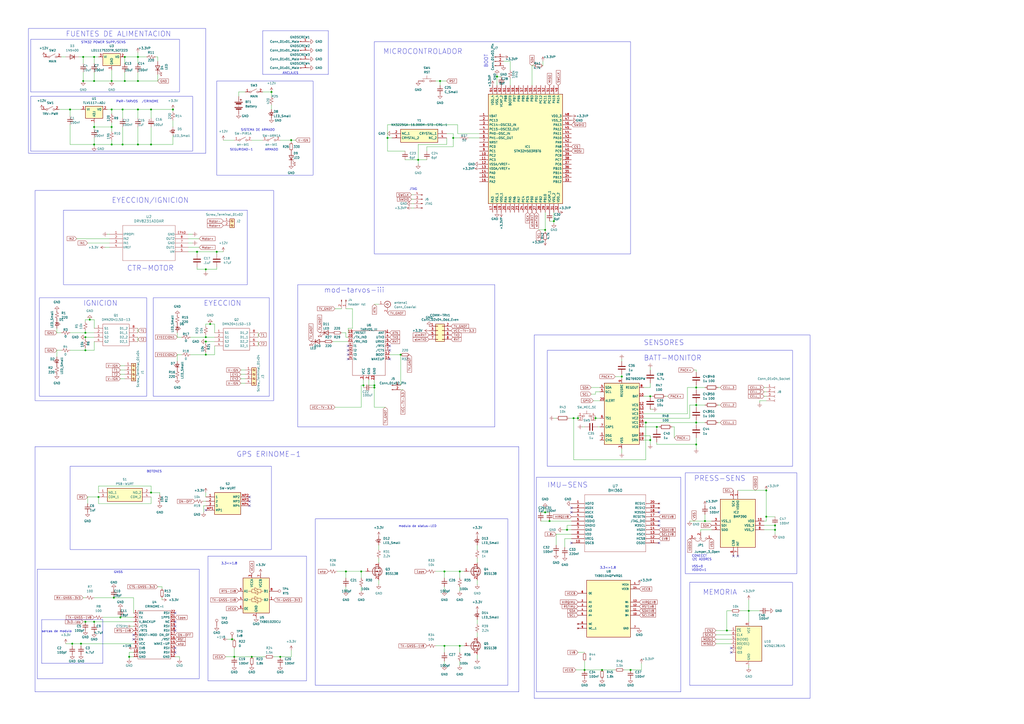
<source format=kicad_sch>
(kicad_sch (version 20230121) (generator eeschema)
  (paper "A2")
  (title_block (title "T.A.R.S.") (date "2023-11-13"))
  (junction (at 57.15 288.29))
  (junction (at 210.82 223.52))
  (junction (at 71.12 83.82))
  (junction (at 339.09 388.62))
  (junction (at 257.81 331.47))
  (junction (at 87.63 83.82))
  (junction (at 318.77 302.26))
  (junction (at 403.86 245.11))
  (junction (at 80.01 63.5))
  (junction (at 335.28 242.57))
  (junction (at 64.77 63.5))
  (junction (at 87.63 63.5))
  (junction (at 54.61 360.68))
  (junction (at 100.33 63.5))
  (junction (at 444.5 299.72))
  (junction (at 119.38 198.12))
  (junction (at 125.73 146.05))
  (junction (at 54.61 33.02))
  (junction (at 403.86 234.95))
  (junction (at 449.58 304.8))
  (junction (at 119.38 195.58))
  (junction (at 64.77 73.66))
  (junction (at 449.58 307.34))
  (junction (at 134.62 370.84))
  (junction (at 54.61 73.66))
  (junction (at 349.25 388.62))
  (junction (at 434.34 354.33))
  (junction (at 266.7 331.47))
  (junction (at 257.81 374.65))
  (junction (at 381 247.65))
  (junction (at 217.17 223.52))
  (junction (at 288.29 44.45))
  (junction (at 69.85 358.14))
  (junction (at 80.01 83.82))
  (junction (at 345.44 242.57))
  (junction (at 403.86 257.81))
  (junction (at 40.64 63.5))
  (junction (at 403.86 224.79))
  (junction (at 332.74 242.57))
  (junction (at 444.5 284.48))
  (junction (at 74.93 381))
  (junction (at 374.65 245.11))
  (junction (at 49.53 203.2))
  (junction (at 41.91 373.38))
  (junction (at 49.53 360.68))
  (junction (at 48.26 33.02))
  (junction (at 121.92 187.96))
  (junction (at 209.55 331.47))
  (junction (at 49.53 195.58))
  (junction (at 360.68 218.44))
  (junction (at 162.56 381))
  (junction (at 64.77 46.99))
  (junction (at 80.01 33.02))
  (junction (at 48.26 46.99))
  (junction (at 72.39 33.02))
  (junction (at 365.76 388.62))
  (junction (at 377.19 229.87))
  (junction (at 52.07 185.42))
  (junction (at 119.38 156.21))
  (junction (at 114.3 146.05))
  (junction (at 262.89 80.01))
  (junction (at 316.23 133.35))
  (junction (at 328.93 307.34))
  (junction (at 80.01 46.99))
  (junction (at 157.48 53.34))
  (junction (at 54.61 83.82))
  (junction (at 200.66 331.47))
  (junction (at 71.12 63.5))
  (junction (at 255.27 46.99))
  (junction (at 46.99 373.38))
  (junction (at 72.39 46.99))
  (junction (at 168.91 81.28))
  (junction (at 316.23 297.18))
  (junction (at 119.38 205.74))
  (junction (at 64.77 83.82))
  (junction (at 232.41 205.74))
  (junction (at 135.89 381))
  (junction (at 217.17 224.79))
  (junction (at 66.04 346.71))
  (junction (at 54.61 46.99))
  (junction (at 321.31 128.27))
  (junction (at 421.64 365.76))
  (junction (at 377.19 255.27))
  (junction (at 242.57 92.71))
  (junction (at 146.05 381))
  (junction (at 49.53 193.04))
  (junction (at 266.7 374.65))
  (junction (at 408.94 302.26))
  (junction (at 87.63 285.75))
  (junction (at 224.79 80.01))
  (no_connect (at 101.6 360.68))
  (no_connect (at 424.18 375.92))
  (no_connect (at 226.06 200.66))
  (no_connect (at 201.93 200.66))
  (no_connect (at 382.27 302.26))
  (no_connect (at 101.6 355.6))
  (no_connect (at 382.27 314.96))
  (no_connect (at 226.06 208.28))
  (no_connect (at 201.93 203.2))
  (no_connect (at 331.47 314.96))
  (no_connect (at 331.47 294.64))
  (no_connect (at 119.38 295.91))
  (no_connect (at 101.6 378.46))
  (no_connect (at 77.47 368.3))
  (no_connect (at 425.45 322.58))
  (no_connect (at 424.18 378.46))
  (no_connect (at 77.47 370.84))
  (no_connect (at 201.93 208.28))
  (no_connect (at 144.78 288.29))
  (no_connect (at 101.6 375.92))
  (no_connect (at 226.06 203.2))
  (no_connect (at 427.99 322.58))
  (no_connect (at 331.47 297.18))
  (no_connect (at 144.78 290.83))
  (no_connect (at 101.6 365.76))
  (no_connect (at 201.93 205.74))
  (no_connect (at 382.27 297.18))
  (no_connect (at 101.6 363.22))
  (no_connect (at 144.78 293.37))
  (no_connect (at 382.27 304.8))
  (wire (pts (xy 48.26 41.91) (xy 48.26 46.99)))
  (wire (pts (xy 266.7 331.47) (xy 269.24 331.47)))
  (wire (pts (xy 162.56 81.28) (xy 168.91 81.28)))
  (wire (pts (xy 330.2 242.57) (xy 332.74 242.57)))
  (wire (pts (xy 64.77 83.82) (xy 54.61 83.82)))
  (wire (pts (xy 266.7 374.65) (xy 269.24 374.65)))
  (wire (pts (xy 335.28 241.3) (xy 335.28 242.57)))
  (wire (pts (xy 40.64 63.5) (xy 40.64 67.31)))
  (wire (pts (xy 443.23 304.8) (xy 449.58 304.8)))
  (wire (pts (xy 238.76 118.11) (xy 240.03 118.11)))
  (wire (pts (xy 168.91 81.28) (xy 171.45 81.28)))
  (wire (pts (xy 421.64 365.76) (xy 424.18 365.76)))
  (wire (pts (xy 334.01 388.62) (xy 339.09 388.62)))
  (wire (pts (xy 118.11 293.37) (xy 118.11 297.18)))
  (wire (pts (xy 118.11 290.83) (xy 119.38 290.83)))
  (wire (pts (xy 328.93 307.34) (xy 326.39 307.34)))
  (wire (pts (xy 314.96 35.56) (xy 314.96 38.1)))
  (wire (pts (xy 332.74 266.7) (xy 332.74 242.57)))
  (wire (pts (xy 217.17 223.52) (xy 213.995 223.52)))
  (wire (pts (xy 322.58 309.88) (xy 322.58 316.23)))
  (wire (pts (xy 33.02 193.04) (xy 35.56 193.04)))
  (wire (pts (xy 266.7 331.47) (xy 266.7 335.28)))
  (wire (pts (xy 194.31 179.07) (xy 198.12 179.07)))
  (wire (pts (xy 377.19 229.87) (xy 378.46 229.87)))
  (wire (pts (xy 408.94 298.45) (xy 408.94 302.26)))
  (wire (pts (xy 276.86 316.23) (xy 276.86 318.77)))
  (wire (pts (xy 391.16 254) (xy 391.16 247.65)))
  (wire (pts (xy 406.4 307.34) (xy 412.75 307.34)))
  (wire (pts (xy 69.85 214.63) (xy 72.39 214.63)))
  (wire (pts (xy 223.52 236.22) (xy 217.17 236.22)))
  (wire (pts (xy 57.15 281.94) (xy 87.63 281.94)))
  (wire (pts (xy 132.08 370.84) (xy 134.62 370.84)))
  (wire (pts (xy 71.12 83.82) (xy 64.77 83.82)))
  (wire (pts (xy 406.4 308.61) (xy 406.4 307.34)))
  (wire (pts (xy 342.9 224.79) (xy 347.98 224.79)))
  (wire (pts (xy 119.38 187.96) (xy 121.92 187.96)))
  (wire (pts (xy 80.01 83.82) (xy 87.63 83.82)))
  (wire (pts (xy 200.66 331.47) (xy 209.55 331.47)))
  (wire (pts (xy 242.57 92.71) (xy 247.65 92.71)))
  (wire (pts (xy 50.8 288.29) (xy 57.15 288.29)))
  (wire (pts (xy 54.61 41.91) (xy 54.61 46.99)))
  (wire (pts (xy 372.11 388.62) (xy 365.76 388.62)))
  (wire (pts (xy 200.66 340.36) (xy 200.66 342.9)))
  (wire (pts (xy 49.53 195.58) (xy 54.61 195.58)))
  (wire (pts (xy 316.23 297.18) (xy 318.77 297.18)))
  (wire (pts (xy 157.48 60.96) (xy 157.48 63.5)))
  (wire (pts (xy 444.5 302.26) (xy 443.23 302.26)))
  (wire (pts (xy 276.86 336.55) (xy 276.86 339.09)))
  (wire (pts (xy 233.68 226.06) (xy 232.41 226.06)))
  (wire (pts (xy 373.38 242.57) (xy 400.05 242.57)))
  (wire (pts (xy 200.66 331.47) (xy 200.66 335.28)))
  (wire (pts (xy 41.91 373.38) (xy 46.99 373.38)))
  (wire (pts (xy 57.15 292.1) (xy 57.15 288.29)))
  (wire (pts (xy 209.55 340.36) (xy 209.55 342.9)))
  (wire (pts (xy 135.89 381) (xy 146.05 381)))
  (wire (pts (xy 87.63 73.66) (xy 87.63 83.82)))
  (wire (pts (xy 49.53 360.68) (xy 54.61 360.68)))
  (wire (pts (xy 345.44 242.57) (xy 345.44 243.84)))
  (wire (pts (xy 421.64 354.33) (xy 424.18 354.33)))
  (wire (pts (xy 49.53 185.42) (xy 49.53 186.69)))
  (wire (pts (xy 93.98 340.36) (xy 93.98 341.63)))
  (wire (pts (xy 356.87 218.44) (xy 360.68 218.44)))
  (wire (pts (xy 80.01 195.58) (xy 80.01 198.12)))
  (wire (pts (xy 119.38 205.74) (xy 119.38 204.47)))
  (wire (pts (xy 234.95 92.71) (xy 242.57 92.71)))
  (wire (pts (xy 54.61 198.12) (xy 54.61 203.2)))
  (wire (pts (xy 444.5 299.72) (xy 449.58 299.72)))
  (wire (pts (xy 403.86 257.81) (xy 403.86 260.35)))
  (wire (pts (xy 276.86 367.03) (xy 276.86 369.57)))
  (wire (pts (xy 238.76 120.65) (xy 240.03 120.65)))
  (wire (pts (xy 332.74 242.57) (xy 335.28 242.57)))
  (wire (pts (xy 429.26 354.33) (xy 434.34 354.33)))
  (wire (pts (xy 139.7 219.71) (xy 142.24 219.71)))
  (wire (pts (xy 48.26 46.99) (xy 54.61 46.99)))
  (wire (pts (xy 102.87 195.58) (xy 105.41 195.58)))
  (wire (pts (xy 226.06 205.74) (xy 232.41 205.74)))
  (wire (pts (xy 345.44 242.57) (xy 347.98 242.57)))
  (wire (pts (xy 416.56 224.79) (xy 417.83 224.79)))
  (wire (pts (xy 77.47 378.46) (xy 74.93 378.46)))
  (wire (pts (xy 54.61 361.95) (xy 54.61 360.68)))
  (wire (pts (xy 198.12 193.04) (xy 200.66 193.04)))
  (wire (pts (xy 259.08 77.47) (xy 262.89 77.47)))
  (wire (pts (xy 109.22 135.89) (xy 111.76 135.89)))
  (wire (pts (xy 100.33 69.85) (xy 100.33 73.66)))
  (wire (pts (xy 72.39 41.91) (xy 72.39 46.99)))
  (wire (pts (xy 109.22 143.51) (xy 115.57 143.51)))
  (wire (pts (xy 195.58 331.47) (xy 200.66 331.47)))
  (wire (pts (xy 134.62 370.84) (xy 135.89 370.84)))
  (wire (pts (xy 35.56 33.02) (xy 38.1 33.02)))
  (wire (pts (xy 74.93 381) (xy 74.93 382.27)))
  (wire (pts (xy 318.77 128.27) (xy 321.31 128.27)))
  (wire (pts (xy 64.77 81.28) (xy 64.77 83.82)))
  (wire (pts (xy 217.17 224.79) (xy 217.17 236.22)))
  (wire (pts (xy 54.61 71.12) (xy 54.61 73.66)))
  (wire (pts (xy 64.77 63.5) (xy 71.12 63.5)))
  (wire (pts (xy 54.61 360.68) (xy 77.47 360.68)))
  (wire (pts (xy 204.47 190.5) (xy 201.93 190.5)))
  (wire (pts (xy 224.79 72.39) (xy 224.79 80.01)))
  (wire (pts (xy 224.79 80.01) (xy 227.33 80.01)))
  (wire (pts (xy 373.38 229.87) (xy 377.19 229.87)))
  (wire (pts (xy 262.89 80.01) (xy 262.89 85.09)))
  (wire (pts (xy 335.28 242.57) (xy 335.28 243.84)))
  (wire (pts (xy 278.13 77.47) (xy 265.43 77.47)))
  (wire (pts (xy 360.68 260.35) (xy 360.68 262.89)))
  (wire (pts (xy 265.43 77.47) (xy 265.43 72.39)))
  (wire (pts (xy 403.86 243.84) (xy 403.86 245.11)))
  (wire (pts (xy 139.7 222.25) (xy 142.24 222.25)))
  (wire (pts (xy 257.81 374.65) (xy 257.81 378.46)))
  (wire (pts (xy 312.42 133.35) (xy 316.23 133.35)))
  (wire (pts (xy 40.64 83.82) (xy 54.61 83.82)))
  (wire (pts (xy 210.82 223.52) (xy 210.82 224.79)))
  (wire (pts (xy 49.53 185.42) (xy 52.07 185.42)))
  (wire (pts (xy 360.68 218.44) (xy 360.68 219.71)))
  (wire (pts (xy 129.54 81.28) (xy 135.89 81.28)))
  (wire (pts (xy 408.94 224.79) (xy 403.86 224.79)))
  (wire (pts (xy 139.7 214.63) (xy 142.24 214.63)))
  (wire (pts (xy 57.15 292.1) (xy 87.63 292.1)))
  (wire (pts (xy 400.05 302.26) (xy 408.94 302.26)))
  (wire (pts (xy 194.31 236.22) (xy 209.55 236.22)))
  (wire (pts (xy 40.64 193.04) (xy 49.53 193.04)))
  (wire (pts (xy 64.77 63.5) (xy 64.77 66.04)))
  (wire (pts (xy 35.56 203.2) (xy 33.02 203.2)))
  (wire (pts (xy 44.45 138.43) (xy 63.5 138.43)))
  (wire (pts (xy 215.9 224.79) (xy 217.17 224.79)))
  (wire (pts (xy 200.66 195.58) (xy 201.93 195.58)))
  (wire (pts (xy 266.7 340.36) (xy 266.7 342.9)))
  (wire (pts (xy 415.29 368.3) (xy 424.18 368.3)))
  (wire (pts (xy 373.38 252.73) (xy 377.19 252.73)))
  (wire (pts (xy 210.82 220.345) (xy 210.82 223.52)))
  (wire (pts (xy 337.82 247.65) (xy 339.09 247.65)))
  (wire (pts (xy 64.77 71.12) (xy 64.77 73.66)))
  (wire (pts (xy 255.27 46.99) (xy 255.27 49.53)))
  (wire (pts (xy 259.08 83.82) (xy 242.57 83.82)))
  (wire (pts (xy 40.64 72.39) (xy 40.64 83.82)))
  (wire (pts (xy 110.49 195.58) (xy 119.38 195.58)))
  (wire (pts (xy 408.94 234.95) (xy 403.86 234.95)))
  (wire (pts (xy 93.98 347.98) (xy 93.98 346.71)))
  (wire (pts (xy 415.29 365.76) (xy 421.64 365.76)))
  (wire (pts (xy 49.53 203.2) (xy 49.53 201.93)))
  (wire (pts (xy 114.3 156.21) (xy 114.3 154.94)))
  (wire (pts (xy 149.86 193.04) (xy 149.86 195.58)))
  (wire (pts (xy 217.17 224.79) (xy 217.17 223.52)))
  (wire (pts (xy 440.69 354.33) (xy 434.34 354.33)))
  (wire (pts (xy 238.76 113.03) (xy 240.03 113.03)))
  (wire (pts (xy 40.64 203.2) (xy 49.53 203.2)))
  (wire (pts (xy 416.56 245.11) (xy 417.83 245.11)))
  (wire (pts (xy 374.65 245.11) (xy 403.86 245.11)))
  (wire (pts (xy 87.63 281.94) (xy 87.63 285.75)))
  (wire (pts (xy 92.71 287.02) (xy 92.71 285.75)))
  (wire (pts (xy 345.44 228.6) (xy 342.9 228.6)))
  (wire (pts (xy 378.46 237.49) (xy 377.19 237.49)))
  (wire (pts (xy 308.61 38.1) (xy 308.61 49.53)))
  (wire (pts (xy 328.93 304.8) (xy 328.93 307.34)))
  (wire (pts (xy 52.07 185.42) (xy 54.61 185.42)))
  (wire (pts (xy 40.64 63.5) (xy 46.99 63.5)))
  (wire (pts (xy 434.34 354.33) (xy 434.34 360.68)))
  (wire (pts (xy 193.04 198.12) (xy 201.93 198.12)))
  (wire (pts (xy 102.87 193.04) (xy 102.87 195.58)))
  (wire (pts (xy 288.29 43.18) (xy 288.29 44.45)))
  (wire (pts (xy 109.22 138.43) (xy 115.57 138.43)))
  (wire (pts (xy 408.94 302.26) (xy 412.75 302.26)))
  (wire (pts (xy 361.95 388.62) (xy 365.76 388.62)))
  (wire (pts (xy 339.09 388.62) (xy 349.25 388.62)))
  (wire (pts (xy 104.14 381) (xy 104.14 382.27)))
  (wire (pts (xy 257.81 374.65) (xy 266.7 374.65)))
  (wire (pts (xy 346.71 247.65) (xy 347.98 247.65)))
  (wire (pts (xy 125.73 146.05) (xy 129.54 146.05)))
  (wire (pts (xy 71.12 83.82) (xy 80.01 83.82)))
  (wire (pts (xy 124.46 205.74) (xy 119.38 205.74)))
  (wire (pts (xy 152.4 53.34) (xy 157.48 53.34)))
  (wire (pts (xy 265.43 72.39) (xy 224.79 72.39)))
  (wire (pts (xy 328.93 307.34) (xy 331.47 307.34)))
  (wire (pts (xy 119.38 156.21) (xy 125.73 156.21)))
  (wire (pts (xy 327.66 312.42) (xy 327.66 317.5)))
  (wire (pts (xy 46.99 373.38) (xy 46.99 374.65)))
  (wire (pts (xy 316.23 123.19) (xy 316.23 133.35)))
  (wire (pts (xy 318.77 302.26) (xy 331.47 302.26)))
  (wire (pts (xy 374.65 266.7) (xy 332.74 266.7)))
  (wire (pts (xy 64.77 40.64) (xy 64.77 46.99)))
  (wire (pts (xy 398.78 240.03) (xy 398.78 224.79)))
  (wire (pts (xy 360.68 208.28) (xy 360.68 209.55)))
  (wire (pts (xy 72.39 46.99) (xy 64.77 46.99)))
  (wire (pts (xy 168.91 377.19) (xy 168.91 381)))
  (wire (pts (xy 77.47 346.71) (xy 77.47 355.6)))
  (wire (pts (xy 54.61 46.99) (xy 64.77 46.99)))
  (wire (pts (xy 416.56 234.95) (xy 417.83 234.95)))
  (wire (pts (xy 114.3 146.05) (xy 114.3 147.32)))
  (wire (pts (xy 110.49 205.74) (xy 119.38 205.74)))
  (wire (pts (xy 74.93 363.22) (xy 77.47 363.22)))
  (wire (pts (xy 276.86 359.41) (xy 276.86 361.95)))
  (wire (pts (xy 377.19 252.73) (xy 377.19 255.27)))
  (wire (pts (xy 381 256.54) (xy 381 257.81)))
  (wire (pts (xy 295.91 35.56) (xy 295.91 40.64)))
  (wire (pts (xy 339.09 383.54) (xy 339.09 388.62)))
  (wire (pts (xy 374.65 245.11) (xy 374.65 266.7)))
  (wire (pts (xy 238.76 115.57) (xy 240.03 115.57)))
  (wire (pts (xy 201.93 190.5) (xy 201.93 193.04)))
  (wire (pts (xy 74.93 378.46) (xy 74.93 381)))
  (wire (pts (xy 331.47 312.42) (xy 327.66 312.42)))
  (wire (pts (xy 373.38 245.11) (xy 374.65 245.11)))
  (wire (pts (xy 242.57 83.82) (xy 242.57 92.71)))
  (wire (pts (xy 308.61 38.1) (xy 309.88 38.1)))
  (wire (pts (xy 139.7 217.17) (xy 142.24 217.17)))
  (wire (pts (xy 124.46 195.58) (xy 119.38 195.58)))
  (wire (pts (xy 80.01 36.83) (xy 80.01 33.02)))
  (wire (pts (xy 41.91 374.65) (xy 41.91 373.38)))
  (wire (pts (xy 372.11 384.81) (xy 372.11 388.62)))
  (wire (pts (xy 80.01 46.99) (xy 91.44 46.99)))
  (wire (pts (xy 57.15 281.94) (xy 57.15 285.75)))
  (wire (pts (xy 321.31 123.19) (xy 321.31 128.27)))
  (wire (pts (xy 213.995 223.52) (xy 213.995 220.345)))
  (wire (pts (xy 48.26 346.71) (xy 49.53 346.71)))
  (wire (pts (xy 91.44 33.02) (xy 91.44 35.56)))
  (wire (pts (xy 440.69 233.68) (xy 440.69 232.41)))
  (wire (pts (xy 87.63 292.1) (xy 87.63 288.29)))
  (wire (pts (xy 209.55 223.52) (xy 210.82 223.52)))
  (wire (pts (xy 50.8 140.97) (xy 63.5 140.97)))
  (wire (pts (xy 33.02 203.2) (xy 33.02 207.01)))
  (wire (pts (xy 142.24 53.34) (xy 138.43 53.34)))
  (wire (pts (xy 449.58 307.34) (xy 449.58 304.8)))
  (wire (pts (xy 54.61 33.02) (xy 57.15 33.02)))
  (wire (pts (xy 443.23 224.79) (xy 444.5 224.79)))
  (wire (pts (xy 440.69 232.41) (xy 444.5 232.41)))
  (wire (pts (xy 271.78 80.01) (xy 278.13 80.01)))
  (wire (pts (xy 345.44 227.33) (xy 345.44 228.6)))
  (wire (pts (xy 316.23 133.35) (xy 316.23 134.62)))
  (wire (pts (xy 219.71 316.23) (xy 219.71 318.77)))
  (wire (pts (xy 146.05 81.28) (xy 152.4 81.28)))
  (wire (pts (xy 105.41 205.74) (xy 102.87 205.74)))
  (wire (pts (xy 60.96 143.51) (xy 63.5 143.51)))
  (wire (pts (xy 444.5 284.48) (xy 444.5 299.72)))
  (wire (pts (xy 434.34 387.35) (xy 434.34 386.08)))
  (wire (pts (xy 168.91 381) (xy 162.56 381)))
  (wire (pts (xy 69.85 217.17) (xy 72.39 217.17)))
  (wire (pts (xy 80.01 30.48) (xy 80.01 33.02)))
  (wire (pts (xy 331.47 304.8) (xy 328.93 304.8)))
  (wire (pts (xy 209.55 236.22) (xy 209.55 223.52)))
  (wire (pts (xy 48.26 360.68) (xy 49.53 360.68)))
  (wire (pts (xy 149.86 198.12) (xy 149.86 200.66)))
  (wire (pts (xy 381 247.65) (xy 382.27 247.65)))
  (wire (pts (xy 266.7 383.54) (xy 266.7 386.08)))
  (wire (pts (xy 209.55 331.47) (xy 209.55 335.28)))
  (wire (pts (xy 262.89 80.01) (xy 266.7 80.01)))
  (wire (pts (xy 72.39 46.99) (xy 80.01 46.99)))
  (wire (pts (xy 46.99 373.38) (xy 77.47 373.38)))
  (wire (pts (xy 38.1 373.38) (xy 41.91 373.38)))
  (wire (pts (xy 119.38 285.75) (xy 119.38 288.29)))
  (wire (pts (xy 54.61 203.2) (xy 49.53 203.2)))
  (wire (pts (xy 400.05 234.95) (xy 403.86 234.95)))
  (wire (pts (xy 403.86 245.11) (xy 403.86 246.38)))
  (wire (pts (xy 66.04 346.71) (xy 77.47 346.71)))
  (wire (pts (xy 71.12 73.66) (xy 71.12 83.82)))
  (wire (pts (xy 49.53 193.04) (xy 49.53 191.77)))
  (wire (pts (xy 219.71 336.55) (xy 219.71 339.09)))
  (wire (pts (xy 288.29 44.45) (xy 288.29 49.53)))
  (wire (pts (xy 59.69 358.14) (xy 69.85 358.14)))
  (wire (pts (xy 101.6 381) (xy 104.14 381)))
  (wire (pts (xy 100.33 64.77) (xy 100.33 63.5)))
  (wire (pts (xy 91.44 340.36) (xy 93.98 340.36)))
  (wire (pts (xy 45.72 33.02) (xy 48.26 33.02)))
  (wire (pts (xy 449.58 307.34) (xy 449.58 309.88)))
  (wire (pts (xy 109.22 140.97) (xy 111.76 140.97)))
  (wire (pts (xy 102.87 205.74) (xy 102.87 209.55)))
  (wire (pts (xy 403.86 254) (xy 403.86 257.81)))
  (wire (pts (xy 386.08 229.87) (xy 387.35 229.87)))
  (wire (pts (xy 114.3 156.21) (xy 119.38 156.21)))
  (wire (pts (xy 34.29 63.5) (xy 40.64 63.5)))
  (wire (pts (xy 119.38 187.96) (xy 119.38 189.23)))
  (wire (pts (xy 345.44 241.3) (xy 345.44 242.57)))
  (wire (pts (xy 135.89 375.92) (xy 135.89 381)))
  (wire (pts (xy 313.69 297.18) (xy 316.23 297.18)))
  (wire (pts (xy 247.65 85.09) (xy 247.65 87.63)))
  (wire (pts (xy 295.91 45.72) (xy 295.91 49.53)))
  (wire (pts (xy 72.39 36.83) (xy 72.39 33.02)))
  (wire (pts (xy 80.01 190.5) (xy 80.01 193.04)))
  (wire (pts (xy 331.47 309.88) (xy 322.58 309.88)))
  (wire (pts (xy 421.64 354.33) (xy 421.64 365.76)))
  (wire (pts (xy 54.61 83.82) (xy 54.61 85.09)))
  (wire (pts (xy 344.17 232.41) (xy 347.98 232.41)))
  (wire (pts (xy 62.23 135.89) (xy 63.5 135.89)))
  (wire (pts (xy 259.08 80.01) (xy 259.08 83.82)))
  (wire (pts (xy 403.86 233.68) (xy 403.86 234.95)))
  (wire (pts (xy 54.61 80.01) (xy 54.61 83.82)))
  (wire (pts (xy 200.66 193.04) (xy 200.66 195.58)))
  (wire (pts (xy 403.86 234.95) (xy 403.86 236.22)))
  (wire (pts (xy 217.17 176.53) (xy 219.71 176.53)))
  (wire (pts (xy 398.78 224.79) (xy 403.86 224.79)))
  (wire (pts (xy 373.38 247.65) (xy 381 247.65)))
  (wire (pts (xy 255.27 46.99) (xy 259.08 46.99)))
  (wire (pts (xy 257.81 340.36) (xy 257.81 342.9)))
  (wire (pts (xy 209.55 331.47) (xy 212.09 331.47)))
  (wire (pts (xy 80.01 73.66) (xy 80.01 83.82)))
  (wire (pts (xy 146.05 381) (xy 153.67 381)))
  (wire (pts (xy 224.79 87.63) (xy 234.95 87.63)))
  (wire (pts (xy 381 248.92) (xy 381 247.65)))
  (wire (pts (xy 48.26 33.02) (xy 48.26 36.83)))
  (wire (pts (xy 119.38 199.39) (xy 119.38 198.12)))
  (wire (pts (xy 288.29 44.45) (xy 290.83 44.45)))
  (wire (pts (xy 266.7 374.65) (xy 266.7 378.46)))
  (wire (pts (xy 427.99 284.48) (xy 444.5 284.48)))
  (wire (pts (xy 262.89 85.09) (xy 247.65 85.09)))
  (wire (pts (xy 217.17 223.52) (xy 217.17 220.345)))
  (wire (pts (xy 54.61 73.66) (xy 54.61 74.93)))
  (wire (pts (xy 349.25 388.62) (xy 356.87 388.62)))
  (wire (pts (xy 119.38 156.21) (xy 119.38 157.48)))
  (wire (pts (xy 377.19 213.36) (xy 377.19 214.63)))
  (wire (pts (xy 347.98 227.33) (xy 345.44 227.33)))
  (wire (pts (xy 62.23 63.5) (xy 64.77 63.5)))
  (wire (pts (xy 91.44 43.18) (xy 91.44 46.99)))
  (wire (pts (xy 80.01 63.5) (xy 87.63 63.5)))
  (wire (pts (xy 391.16 247.65) (xy 389.89 247.65)))
  (wire (pts (xy 400.05 242.57) (xy 400.05 234.95)))
  (wire (pts (xy 158.75 381) (xy 162.56 381)))
  (wire (pts (xy 69.85 212.09) (xy 72.39 212.09)))
  (wire (pts (xy 125.73 156.21) (xy 125.73 154.94)))
  (wire (pts (xy 87.63 63.5) (xy 100.33 63.5)))
  (wire (pts (xy 200.66 179.07) (xy 204.47 179.07)))
  (wire (pts (xy 119.38 195.58) (xy 119.38 194.31)))
  (wire (pts (xy 252.73 46.99) (xy 255.27 46.99)))
  (wire (pts (xy 403.86 224.79) (xy 403.86 226.06)))
  (wire (pts (xy 434.34 347.98) (xy 434.34 354.33)))
  (wire (pts (xy 257.81 331.47) (xy 266.7 331.47)))
  (wire (pts (xy 415.29 370.84) (xy 424.18 370.84)))
  (wire (pts (xy 276.86 323.85) (xy 276.86 326.39)))
  (wire (pts (xy 54.61 346.71) (xy 66.04 346.71)))
  (wire (pts (xy 403.86 215.9) (xy 403.86 214.63)))
  (wire (pts (xy 377.19 224.79) (xy 377.19 222.25)))
  (wire (pts (xy 125.73 146.05) (xy 125.73 147.32)))
  (wire (pts (xy 335.28 378.46) (xy 339.09 378.46)))
  (wire (pts (xy 54.61 73.66) (xy 64.77 73.66)))
  (wire (pts (xy 381 257.81) (xy 403.86 257.81)))
  (wire (pts (xy 69.85 358.14) (xy 77.47 358.14)))
  (wire (pts (xy 443.23 229.87) (xy 444.5 229.87)))
  (wire (pts (xy 321.31 242.57) (xy 322.58 242.57)))
  (wire (pts (xy 157.48 53.34) (xy 157.48 55.88)))
  (wire (pts (xy 224.79 80.01) (xy 224.79 87.63)))
  (wire (pts (xy 109.22 146.05) (xy 114.3 146.05)))
  (wire (pts (xy 360.68 217.17) (xy 360.68 218.44)))
  (wire (pts (xy 377.19 255.27) (xy 377.19 257.81)))
  (wire (pts (xy 373.38 240.03) (xy 398.78 240.03)))
  (wire (pts (xy 373.38 224.79) (xy 377.19 224.79)))
  (wire (pts (xy 100.33 83.82) (xy 87.63 83.82)))
  (wire (pts (xy 443.23 307.34) (xy 449.58 307.34)))
  (wire (pts (xy 64.77 73.66) (xy 64.77 76.2)))
  (wire (pts (xy 48.26 33.02) (xy 54.61 33.02)))
  (wire (pts (xy 71.12 63.5) (xy 80.01 63.5)))
  (wire (pts (xy 415.29 373.38) (xy 424.18 373.38)))
  (wire (pts (xy 33.02 190.5) (xy 33.02 193.04)))
  (wire (pts (xy 87.63 63.5) (xy 87.63 68.58)))
  (wire (pts (xy 54.61 185.42) (xy 54.61 190.5)))
  (wire (pts (xy 49.53 196.85) (xy 49.53 195.58)))
  (wire (pts (xy 114.3 146.05) (xy 125.73 146.05)))
  (wire (pts (xy 252.73 374.65) (xy 257.81 374.65)))
  (wire (pts (xy 257.81 331.47) (xy 257.81 335.28)))
  (wire (pts (xy 276.86 379.73) (xy 276.86 382.27)))
  (wire (pts (xy 443.23 227.33) (xy 444.5 227.33)))
  (wire (pts (xy 50.8 288.29) (xy 50.8 292.1)))
  (wire (pts (xy 252.73 331.47) (xy 257.81 331.47)))
  (wire (pts (xy 100.33 78.74) (xy 100.33 83.82)))
  (wire (pts (xy 124.46 200.66) (xy 124.46 205.74)))
  (wire (pts (xy 403.86 245.11) (xy 408.94 245.11)))
  (wire (pts (xy 74.93 381) (xy 77.47 381)))
  (wire (pts (xy 90.17 33.02) (xy 91.44 33.02)))
  (wire (pts (xy 232.41 205.74) (xy 232.41 223.52)))
  (wire (pts (xy 295.91 35.56) (xy 292.1 35.56)))
  (wire (pts (xy 72.39 33.02) (xy 80.01 33.02)))
  (wire (pts (xy 313.69 302.26) (xy 318.77 302.26)))
  (wire (pts (xy 444.5 299.72) (xy 444.5 302.26)))
  (wire (pts (xy 138.43 53.34) (xy 138.43 55.88)))
  (wire (pts (xy 316.23 294.64) (xy 316.23 297.18)))
  (wire (pts (xy 219.71 323.85) (xy 219.71 326.39)))
  (wire (pts (xy 121.92 187.96) (xy 124.46 187.96)))
  (wire (pts (xy 262.89 77.47) (xy 262.89 80.01)))
  (wire (pts (xy 87.63 285.75) (xy 92.71 285.75)))
  (wire (pts (xy 373.38 255.27) (xy 377.19 255.27)))
  (wire (pts (xy 403.86 223.52) (xy 403.86 224.79)))
  (wire (pts (xy 119.38 293.37) (xy 118.11 293.37)))
  (wire (pts (xy 119.38 198.12) (xy 124.46 198.12)))
  (wire (pts (xy 80.01 41.91) (xy 80.01 46.99)))
  (wire (pts (xy 71.12 63.5) (xy 71.12 68.58)))
  (wire (pts (xy 402.59 214.63) (xy 403.86 214.63)))
  (wire (pts (xy 242.57 92.71) (xy 242.57 95.25)))
  (wire (pts (xy 130.81 381) (xy 135.89 381)))
  (wire (pts (xy 257.81 383.54) (xy 257.81 386.08)))
  (wire (pts (xy 321.31 128.27) (xy 321.31 129.54)))
  (wire (pts (xy 204.47 179.07) (xy 204.47 190.5)))
  (wire (pts (xy 54.61 193.04) (xy 49.53 193.04)))
  (wire (pts (xy 80.01 63.5) (xy 80.01 68.58)))
  (wire (pts (xy 124.46 187.96) (xy 124.46 193.04)))
  (wire (pts (xy 54.61 33.02) (xy 54.61 36.83)))
  (wire (pts (xy 168.91 82.55) (xy 168.91 81.28)))
  (wire (pts (xy 80.01 33.02) (xy 85.09 33.02)))
  (wire (pts (xy 69.85 219.71) (xy 72.39 219.71)))
  (rectangle (start 17.78 55.88) (end 111.76 87.63))
  (rectangle (start 88.9 172.72) (end 156.21 229.87))
  (rectangle (start 152.4 17.78) (end 190.5 43.18))
  (rectangle (start 21.59 330.2) (end 115.57 393.7))
  (rectangle (start 400.05 337.82) (end 459.74 397.51))
  (rectangle (start 16.51 16.51) (end 119.38 88.9))
  (rectangle (start 36.83 121.92) (end 143.51 165.1))
  (rectangle (start 317.5 203.2) (end 459.74 270.51))
  (rectangle (start 397.51 274.32) (end 462.28 332.74))
  (rectangle (start 20.32 259.08) (end 300.99 401.32))
  (rectangle (start 22.86 172.72) (end 85.09 229.87))
  (rectangle (start 309.88 194.31) (end 469.9 405.13))
  (rectangle (start 311.15 276.86) (end 394.97 401.32))
  (rectangle (start 120.65 322.58) (end 177.8 394.97))
  (rectangle (start 182.88 300.99) (end 294.64 397.51))
  (rectangle (start 40.64 270.51) (end 157.48 318.77))
  (rectangle (start 217.17 24.13) (end 365.76 147.32))
  (rectangle (start 24.13 359.41) (end 59.69 384.81))
  (rectangle (start 17.78 22.86) (end 104.14 53.34))
  (rectangle (start 172.72 165.1) (end 287.02 247.65))
  (rectangle (start 125.73 46.99) (end 181.61 101.6))
  (rectangle (start 20.32 110.49) (end 158.75 232.41))
  (text "PWR-TARVOS	/ERINOME\n" (at 67.31 59.69 0) (effects (font (size 1.27 1.27)) (justify left bottom)))
  (text "GNSS\n" (at 66.04 332.74 0) (effects (font (size 1.27 1.27)) (justify left bottom)))
  (text "SENSORES" (at 373.38 200.66 0) (effects (font (size 3 3)) (justify left bottom)))
  (text "modulo de status-LED" (at 231.14 306.07 0) (effects (font (size 1.27 1.27)) (justify left bottom)))
  (text "BATT-MONITOR" (at 373.38 209.55 0) (effects (font (size 3 3)) (justify left bottom)))
  (text "sercas de modulo" (at 24.13 367.03 0) (effects (font (size 1.27 1.27)) (justify left bottom)))
  (text "FUENTES DE ALIMENTACION" (at 38.1 21.59 0) (effects (font (size 3 3)) (justify left bottom)))
  (text "CONECCT\nI2C ADDRES\n\nVSS=0\nVDDIO=1" (at 401.32 331.47 0) (effects (font (size 1.27 1.27)) (justify left bottom)))
  (text "MEMORIA" (at 407.67 345.44 0) (effects (font (size 3 3)) (justify left bottom)))
  (text "SEGURIDAD-1" (at 133.35 87.63 0) (effects (font (size 1.27 1.27)) (justify left bottom)))
  (text "EYECCION/IGNICION" (at 64.77 118.11 0) (effects (font (size 3 3)) (justify left bottom)))
  (text "MICROCONTROLADOR" (at 222.25 31.75 0) (effects (font (size 3 3)) (justify left bottom)))
  (text "GPS ERINOME-1" (at 137.16 265.43 0) (effects (font (size 3 3)) (justify left bottom)))
  (text "3.3<>1.8" (at 347.98 330.2 0) (effects (font (size 1.27 1.27)) (justify left bottom)))
  (text "CTR-MOTOR" (at 73.66 157.48 0) (effects (font (size 3 3)) (justify left bottom)))
  (text "EYECCION" (at 118.11 177.8 0) (effects (font (size 3 3)) (justify left bottom)))
  (text "BOTONES" (at 85.09 274.32 0) (effects (font (size 1.27 1.27)) (justify left bottom)))
  (text "JTAG\n" (at 237.49 110.49 0) (effects (font (size 1.27 1.27)) (justify left bottom)))
  (text "IMU-SENS" (at 317.5 283.21 0) (effects (font (size 3 3)) (justify left bottom)))
  (text "STM32 POWER SUPP/SENS" (at 46.99 25.4 0) (effects (font (size 1.27 1.27)) (justify left bottom)))
  (text "ARMADO" (at 153.67 87.63 0) (effects (font (size 1.27 1.27)) (justify left bottom)))
  (text "BOOT" (at 283.21 39.37 90) (effects (font (size 2 2)) (justify left bottom)))
  (text "IGNICION" (at 48.26 177.8 0) (effects (font (size 3 3)) (justify left bottom)))
  (text "PRESS-SENS" (at 402.59 279.4 0) (effects (font (size 3 3)) (justify left bottom)))
  (text "3.3<>1.8" (at 128.27 327.66 0) (effects (font (size 1.27 1.27)) (justify left bottom)))
  (text "SISTEMA DE ARMADO" (at 139.7 76.2 0) (effects (font (size 1.27 1.27)) (justify left bottom)))
  (text "mod-tarvos-iii" (at 187.96 170.18 0) (effects (font (size 3 3)) (justify left bottom)))
  (text "ANCLAJES" (at 163.83 43.18 0) (effects (font (size 1.27 1.27)) (justify left bottom)))
  (global_label "SCK2" (shape input) (at 415.29 368.3 180) (property "Intersheetrefs" "${INTERSHEET_REFS}" (effects hide)))
  (global_label "TX-GNSS-1V8" (shape input) (at 138.43 347.98 180) (property "Intersheetrefs" "${INTERSHEET_REFS}" (effects hide)))
  (global_label "stmTXD" (shape input) (at 248.92 196.85 180) (property "Intersheetrefs" "${INTERSHEET_REFS}" (effects hide)))
  (global_label "stmTXD" (shape input) (at 311.15 123.19 270) (property "Intersheetrefs" "${INTERSHEET_REFS}" (effects hide)))
  (global_label "MOSI2" (shape input) (at 415.29 370.84 180) (property "Intersheetrefs" "${INTERSHEET_REFS}" (effects hide)))
  (global_label "T1" (shape input) (at 149.86 194.31 0) (property "Intersheetrefs" "${INTERSHEET_REFS}" (effects hide)))
  (global_label "VSS" (shape input) (at 412.75 312.42 270) (property "Intersheetrefs" "${INTERSHEET_REFS}" (effects hide)))
  (global_label "T1" (shape input) (at 69.85 214.63 180) (property "Intersheetrefs" "${INTERSHEET_REFS}" (effects hide)))
  (global_label "PACK+" (shape input) (at 356.87 218.44 180) (property "Intersheetrefs" "${INTERSHEET_REFS}" (effects hide)))
  (global_label "wkp" (shape input) (at 190.5 331.47 180) (property "Intersheetrefs" "${INTERSHEET_REFS}" (effects hide)))
  (global_label "SDA" (shape input) (at 412.75 304.8 180) (property "Intersheetrefs" "${INTERSHEET_REFS}" (effects hide)))
  (global_label "RTS-1V8" (shape input) (at 138.43 342.9 180) (property "Intersheetrefs" "${INTERSHEET_REFS}" (effects hide)))
  (global_label "SWDIO" (shape input) (at 331.47 72.39 0) (property "Intersheetrefs" "${INTERSHEET_REFS}" (effects hide)))
  (global_label "IN2" (shape input) (at 44.45 138.43 180) (property "Intersheetrefs" "${INTERSHEET_REFS}" (effects hide)))
  (global_label "CTS-GNSS-3v3" (shape input) (at 91.44 340.36 180) (property "Intersheetrefs" "${INTERSHEET_REFS}" (effects hide)))
  (global_label "SDA" (shape input) (at 342.9 224.79 180) (property "Intersheetrefs" "${INTERSHEET_REFS}" (effects hide)))
  (global_label "SDA1V8" (shape input) (at 382.27 307.34 0) (property "Intersheetrefs" "${INTERSHEET_REFS}" (effects hide)))
  (global_label "Motor+" (shape input) (at 115.57 138.43 0) (property "Intersheetrefs" "${INTERSHEET_REFS}" (effects hide)))
  (global_label "GPIO" (shape input) (at 344.17 232.41 180) (property "Intersheetrefs" "${INTERSHEET_REFS}" (effects hide)))
  (global_label "PACK+" (shape input) (at 387.35 229.87 0) (property "Intersheetrefs" "${INTERSHEET_REFS}" (effects hide)))
  (global_label "VCCB" (shape input) (at 334.01 388.62 180) (property "Intersheetrefs" "${INTERSHEET_REFS}" (effects hide)))
  (global_label "CELL_2" (shape input) (at 417.83 234.95 0) (property "Intersheetrefs" "${INTERSHEET_REFS}" (effects hide)))
  (global_label "VCCA" (shape input) (at 146.05 332.74 90) (property "Intersheetrefs" "${INTERSHEET_REFS}" (effects hide)))
  (global_label "1V8" (shape input) (at 335.28 378.46 180) (property "Intersheetrefs" "${INTERSHEET_REFS}" (effects hide)))
  (global_label "V-IGN" (shape input) (at 69.85 212.09 180) (property "Intersheetrefs" "${INTERSHEET_REFS}" (effects hide)) (property "Referencias entre hojas" "${INTERSHEET_REFS}" (effects hide)))
  (global_label "IGN2" (shape input) (at 33.02 203.2 180) (property "Intersheetrefs" "${INTERSHEET_REFS}" (effects hide)))
  (global_label "T2" (shape input) (at 149.86 199.39 0) (property "Intersheetrefs" "${INTERSHEET_REFS}" (effects hide)))
  (global_label "TV_GNDT" (shape input) (at 223.52 236.22 270) (property "Intersheetrefs" "${INTERSHEET_REFS}" (effects hide)) (property "Referencias entre hojas" "${INTERSHEET_REFS}" (effects hide)))
  (global_label "RST1V8" (shape input) (at 370.84 351.79 0) (property "Intersheetrefs" "${INTERSHEET_REFS}" (effects hide)))
  (global_label "HIRQIMU" (shape input) (at 335.28 349.25 180) (property "Intersheetrefs" "${INTERSHEET_REFS}" (effects hide)))
  (global_label "GND" (shape input) (at 91.44 46.99 0) (property "Intersheetrefs" "${INTERSHEET_REFS}" (effects hide)))
  (global_label "SCL" (shape input) (at 335.28 356.87 180) (property "Intersheetrefs" "${INTERSHEET_REFS}" (effects hide)))
  (global_label "SWDIO" (shape input) (at 238.76 115.57 180) (property "Intersheetrefs" "${INTERSHEET_REFS}" (effects hide)))
  (global_label "3v3-ldo" (shape input) (at 48.26 360.68 180) (property "Intersheetrefs" "${INTERSHEET_REFS}" (effects hide)))
  (global_label "ON-OFF" (shape input) (at 101.6 368.3 0) (property "Intersheetrefs" "${INTERSHEET_REFS}" (effects hide)))
  (global_label "CELL_2" (shape input) (at 443.23 227.33 180) (property "Intersheetrefs" "${INTERSHEET_REFS}" (effects hide)))
  (global_label "SCL1V8" (shape input) (at 370.84 356.87 0) (property "Intersheetrefs" "${INTERSHEET_REFS}" (effects hide)))
  (global_label "EYECCION1" (shape input) (at 102.87 195.58 180) (property "Intersheetrefs" "${INTERSHEET_REFS}" (effects hide)))
  (global_label "V-IGN" (shape input) (at 69.85 219.71 180) (property "Intersheetrefs" "${INTERSHEET_REFS}" (effects hide)) (property "Referencias entre hojas" "${INTERSHEET_REFS}" (effects hide)))
  (global_label "CS2" (shape input) (at 415.29 365.76 180) (property "Intersheetrefs" "${INTERSHEET_REFS}" (effects hide)))
  (global_label "CELL_1" (shape input) (at 417.83 245.11 0) (property "Intersheetrefs" "${INTERSHEET_REFS}" (effects hide)))
  (global_label "VCCB" (shape input) (at 370.84 341.63 0) (property "Intersheetrefs" "${INTERSHEET_REFS}" (effects hide)))
  (global_label "1V8" (shape input) (at 382.27 312.42 0) (property "Intersheetrefs" "${INTERSHEET_REFS}" (effects hide)))
  (global_label "TV_GNDT" (shape input) (at 180.34 198.12 90) (property "Intersheetrefs" "${INTERSHEET_REFS}" (effects hide)) (property "Referencias entre hojas" "${INTERSHEET_REFS}" (effects hide)))
  (global_label "T1" (shape input) (at 80.01 191.77 0) (property "Intersheetrefs" "${INTERSHEET_REFS}" (effects hide)))
  (global_label "TX-GNSS-3V3" (shape input) (at 158.75 347.98 0) (property "Intersheetrefs" "${INTERSHEET_REFS}" (effects hide)))
  (global_label "EYECCION2" (shape input) (at 102.87 205.74 180) (property "Intersheetrefs" "${INTERSHEET_REFS}" (effects hide)))
  (global_label "SDA1V8" (shape input) (at 370.84 354.33 0) (property "Intersheetrefs" "${INTERSHEET_REFS}" (effects hide)))
  (global_label "CELL_3" (shape input) (at 443.23 224.79 180) (property "Intersheetrefs" "${INTERSHEET_REFS}" (effects hide)))
  (global_label "IGN1" (shape input) (at 33.02 193.04 180) (property "Intersheetrefs" "${INTERSHEET_REFS}" (effects hide)))
  (global_label "TXD" (shape input) (at 226.06 195.58 0) (property "Intersheetrefs" "${INTERSHEET_REFS}" (effects hide)))
  (global_label "TXD" (shape input) (at 261.62 194.31 0) (property "Intersheetrefs" "${INTERSHEET_REFS}" (effects hide)))
  (global_label "RST1V8" (shape input) (at 382.27 299.72 0) (property "Intersheetrefs" "${INTERSHEET_REFS}" (effects hide)))
  (global_label "SDA" (shape input) (at 308.61 38.1 90) (property "Intersheetrefs" "${INTERSHEET_REFS}" (effects hide)))
  (global_label "MISO2" (shape input) (at 415.29 373.38 180) (property "Intersheetrefs" "${INTERSHEET_REFS}" (effects hide)))
  (global_label "RX-GNSS-3V3" (shape input) (at 48.26 346.71 180) (property "Intersheetrefs" "${INTERSHEET_REFS}" (effects hide)))
  (global_label "VCCA" (shape input) (at 138.43 353.06 180) (property "Intersheetrefs" "${INTERSHEET_REFS}" (effects hide)))
  (global_label "HIRQ1V8" (shape input) (at 370.84 349.25 0) (property "Intersheetrefs" "${INTERSHEET_REFS}" (effects hide)))
  (global_label "wkp" (shape input) (at 101.6 373.38 0) (property "Intersheetrefs" "${INTERSHEET_REFS}" (effects hide)))
  (global_label "SCK" (shape input) (at 306.07 123.19 270) (property "Intersheetrefs" "${INTERSHEET_REFS}" (effects hide)))
  (global_label "SDA" (shape input) (at 335.28 354.33 180) (property "Intersheetrefs" "${INTERSHEET_REFS}" (effects hide)))
  (global_label "SWCLK" (shape input) (at 238.76 113.03 180) (property "Intersheetrefs" "${INTERSHEET_REFS}" (effects hide)))
  (global_label "V-IGN" (shape input) (at 139.7 214.63 180) (property "Intersheetrefs" "${INTERSHEET_REFS}" (effects hide)) (property "Referencias entre hojas" "${INTERSHEET_REFS}" (effects hide)))
  (global_label "Motor+" (shape input) (at 129.54 130.81 180) (property "Intersheetrefs" "${INTERSHEET_REFS}" (effects hide)))
  (global_label "RST" (shape input) (at 259.08 46.99 0) (property "Intersheetrefs" "${INTERSHEET_REFS}" (effects hide)))
  (global_label "SCL" (shape input) (at 312.42 133.35 270) (property "Intersheetrefs" "${INTERSHEET_REFS}" (effects hide)))
  (global_label "T2" (shape input) (at 69.85 217.17 180) (property "Intersheetrefs" "${INTERSHEET_REFS}" (effects hide)))
  (global_label "1pps" (shape input) (at 247.65 331.47 180) (property "Intersheetrefs" "${INTERSHEET_REFS}" (effects hide)))
  (global_label "1pps" (shape input) (at 101.6 358.14 0) (property "Intersheetrefs" "${INTERSHEET_REFS}" (effects hide)))
  (global_label "Motor-" (shape input) (at 129.54 128.27 180) (property "Intersheetrefs" "${INTERSHEET_REFS}" (effects hide)))
  (global_label "TX-GNSS-1V8" (shape input) (at 247.65 374.65 180) (property "Intersheetrefs" "${INTERSHEET_REFS}" (effects hide)))
  (global_label "TV_GNDT" (shape input) (at 237.49 205.74 270) (property "Intersheetrefs" "${INTERSHEET_REFS}" (effects hide)) (property "Referencias entre hojas" "${INTERSHEET_REFS}" (effects hide)))
  (global_label "VSS" (shape input) (at 402.59 302.26 90) (property "Intersheetrefs" "${INTERSHEET_REFS}" (effects hide)))
  (global_label "1.8v" (shape input) (at 322.58 309.88 180) (property "Intersheetrefs" "${INTERSHEET_REFS}" (effects hide)))
  (global_label "stmRXT" (shape input) (at 308.61 123.19 270) (property "Intersheetrefs" "${INTERSHEET_REFS}" (effects hide)))
  (global_label "RSTIMU" (shape input) (at 335.28 351.79 180) (property "Intersheetrefs" "${INTERSHEET_REFS}" (effects hide)))
  (global_label "TV_GNDT" (shape input) (at 261.62 189.23 0) (property "Intersheetrefs" "${INTERSHEET_REFS}" (effects hide)) (property "Referencias entre hojas" "${INTERSHEET_REFS}" (effects hide)))
  (global_label "ON-OFF" (shape input) (at 113.03 290.83 180) (property "Intersheetrefs" "${INTERSHEET_REFS}" (effects hide)))
  (global_label "CS" (shape input) (at 331.47 85.09 0) (property "Intersheetrefs" "${INTERSHEET_REFS}" (effects hide)))
  (global_label "HIRQ1V8" (shape input) (at 331.47 299.72 180) (property "Intersheetrefs" "${INTERSHEET_REFS}" (effects hide)))
  (global_label "RST" (shape input) (at 101.6 370.84 0) (property "Intersheetrefs" "${INTERSHEET_REFS}" (effects hide)))
  (global_label "VCC-TV-3.3" (shape input) (at 233.68 226.06 270) (property "Intersheetrefs" "${INTERSHEET_REFS}" (effects hide)) (property "Referencias entre hojas" "${INTERSHEET_REFS}" (effects hide)))
  (global_label "V-IGN" (shape input) (at 171.45 81.28 0) (property "Intersheetrefs" "${INTERSHEET_REFS}" (effects hide)) (property "Referencias entre hojas" "${INTERSHEET_REFS}" (effects hide)))
  (global_label "SCL" (shape input) (at 342.9 228.6 180) (property "Intersheetrefs" "${INTERSHEET_REFS}" (effects hide)))
  (global_label "RST" (shape input) (at 50.8 288.29 180) (property "Intersheetrefs" "${INTERSHEET_REFS}" (effects hide)))
  (global_label "TV_GNDT" (shape input) (at 185.42 193.04 90) (property "Intersheetrefs" "${INTERSHEET_REFS}" (effects hide)) (property "Referencias entre hojas" "${INTERSHEET_REFS}" (effects hide)))
  (global_label "PACK+" (shape input) (at 402.59 214.63 180) (property "Intersheetrefs" "${INTERSHEET_REFS}" (effects hide)))
  (global_label "Motor-" (shape input) (at 115.57 143.51 0) (property "Intersheetrefs" "${INTERSHEET_REFS}" (effects hide)))
  (global_label "CELL_1" (shape input) (at 443.23 229.87 180) (property "Intersheetrefs" "${INTERSHEET_REFS}" (effects hide)))
  (global_label "VCC-TV-3.3" (shape input) (at 194.31 236.22 180) (property "Intersheetrefs" "${INTERSHEET_REFS}" (effects hide)) (property "Referencias entre hojas" "${INTERSHEET_REFS}" (effects hide)))
  (global_label "VDDIO" (shape input) (at 400.05 312.42 270) (property "Intersheetrefs" "${INTERSHEET_REFS}" (effects hide)))
  (global_label "MOSI" (shape input) (at 331.47 87.63 0) (property "Intersheetrefs" "${INTERSHEET_REFS}" (effects hide)))
  (global_label "IN1" (shape input) (at 50.8 140.97 180) (property "Intersheetrefs" "${INTERSHEET_REFS}" (effects hide)))
  (global_label "TX-GNSS-1V8" (shape input) (at 54.61 358.14 180) (property "Intersheetrefs" "${INTERSHEET_REFS}" (effects hide)))
  (global_label "EY1" (shape input) (at 139.7 217.17 180) (property "Intersheetrefs" "${INTERSHEET_REFS}" (effects hide)))
  (global_label "VCCA" (shape input) (at 130.81 381 180) (property "Intersheetrefs" "${INTERSHEET_REFS}" (effects hide)))
  (global_label "ATN" (shape input) (at 217.17 176.53 270) (property "Intersheetrefs" "${INTERSHEET_REFS}" (effects hide)))
  (global_label "SCL1V8" (shape input) (at 382.27 309.88 0) (property "Intersheetrefs" "${INTERSHEET_REFS}" (effects hide)))
  (global_label "MISO" (shape input) (at 318.77 49.53 90) (property "Intersheetrefs" "${INTERSHEET_REFS}" (effects hide)))
  (global_label "V-IGN" (shape input) (at 139.7 222.25 180) (property "Intersheetrefs" "${INTERSHEET_REFS}" (effects hide)) (property "Referencias entre hojas" "${INTERSHEET_REFS}" (effects hide)))
  (global_label "EY2" (shape input) (at 139.7 219.71 180) (property "Intersheetrefs" "${INTERSHEET_REFS}" (effects hide)))
  (global_label "RTS-1V8" (shape input) (at 77.47 365.76 180) (property "Intersheetrefs" "${INTERSHEET_REFS}" (effects hide)))
  (global_label "SWCLK" (shape input) (at 323.85 49.53 90) (property "Intersheetrefs" "${INTERSHEET_REFS}" (effects hide)))
  (global_label "VDDIO" (shape input) (at 438.15 284.48 90) (property "Intersheetrefs" "${INTERSHEET_REFS}" (effects hide)))
  (global_label "RXT" (shape input) (at 226.06 198.12 0) (property "Intersheetrefs" "${INTERSHEET_REFS}" (effects hide)))
  (global_label "VCCB" (shape input) (at 335.28 344.17 180) (property "Intersheetrefs" "${INTERSHEET_REFS}" (effects hide)))
  (global_label "TV_GNDT" (shape input) (at 224.79 181.61 0) (property "Intersheetrefs" "${INTERSHEET_REFS}" (effects hide)) (property "Referencias entre hojas" "${INTERSHEET_REFS}" (effects hide)))
  (global_label "PACK-" (shape input) (at 391.16 254 0) (property "Intersheetrefs" "${INTERSHEET_REFS}" (effects hide)))
  (global_label "stmRXT" (shape input) (at 248.92 194.31 180) (property "Intersheetrefs" "${INTERSHEET_REFS}" (effects hide)))
  (global_label "T2" (shape input) (at 80.01 196.85 0) (property "Intersheetrefs" "${INTERSHEET_REFS}" (effects hide)))
  (global_label "SCL" (shape input) (at 425.45 284.48 180) (property "Intersheetrefs" "${INTERSHEET_REFS}" (effects hide)))
  (global_label "VCC-TV-3.3" (shape input) (at 261.62 191.77 0) (property "Intersheetrefs" "${INTERSHEET_REFS}" (effects hide)) (property "Referencias entre hojas" "${INTERSHEET_REFS}" (effects hide)))
  (global_label "TV_GNDT" (shape input) (at 194.31 179.07 180) (property "Intersheetrefs" "${INTERSHEET_REFS}" (effects hide)) (property "Referencias entre hojas" "${INTERSHEET_REFS}" (effects hide)))
  (global_label "CELL_3" (shape input) (at 417.83 224.79 0) (property "Intersheetrefs" "${INTERSHEET_REFS}" (effects hide)))
  (global_label "RXT" (shape input) (at 261.62 196.85 0) (property "Intersheetrefs" "${INTERSHEET_REFS}" (effects hide)))
  (global_label "ATN" (shape input) (at 226.06 193.04 0) (property "Intersheetrefs" "${INTERSHEET_REFS}" (effects hide)))
  (symbol (lib_id "Device:R_Small_US") (at 64.77 68.58 0) (unit 1)
    (property "Reference" "R9" (at 66.04 68.58 0) (effects (justify left)))
    (property "Value" "120" (at 62.8822 70.559 90) (effects (justify left)))
    (property "Footprint" "Resistor_SMD:R_0805_2012Metric_Pad1.20x1.40mm_HandSolder" (effects hide))
  )
  (symbol (lib_id "power:GND") (at 118.11 297.18 0) (unit 1)
    (property "Reference" "#PWR031" (effects hide))
    (property "Value" "GND" (at 114.3 298.45 0))
  )
  (symbol (lib_id "power:GND") (at 370.84 364.49 0) (unit 1)
    (property "Reference" "#PWR0101" (effects hide))
    (property "Value" "GND" (at 370.84 368.3 0))
  )
  (symbol (lib_id "Device:C_Small") (at 135.89 383.54 0) (unit 1)
    (property "Reference" "C19" (at 138.43 382.2763 0) (effects (justify left)))
    (property "Value" "100nf" (at 138.43 384.8163 0) (effects (justify left)))
    (property "Footprint" "Capacitor_SMD:C_0805_2012Metric_Pad1.18x1.45mm_HandSolder" (effects hide))
  )
  (symbol (lib_id "power:+3.3V") (at 60.96 143.51 90) (unit 1)
    (property "Reference" "#PWR015" (effects hide))
    (property "Value" "+3.3V" (at 57.15 143.51 90) (effects (justify left)))
  )
  (symbol (lib_id "power:GND") (at 179.07 24.13 90) (unit 1)
    (property "Reference" "#PWR050" (effects hide))
    (property "Value" "GND" (at 182.88 24.13 90) (effects (justify right)))
  )
  (symbol (lib_id "power:GND") (at 102.87 182.88 180) (unit 1)
    (property "Reference" "#PWR026" (effects hide))
    (property "Value" "GND" (at 102.87 177.8 0))
  )
  (symbol (lib_id "Device:C_Small") (at 443.23 354.33 270) (unit 1)
    (property "Reference" "C46" (at 441.96 356.87 90))
    (property "Value" "100nF" (at 443.23 358.775 90))
    (property "Footprint" "Capacitor_SMD:C_0805_2012Metric_Pad1.18x1.45mm_HandSolder" (effects hide))
  )
  (symbol (lib_id "Device:C_Small") (at 69.85 355.6 0) (unit 1)
    (property "Reference" "C11" (at 69.85 354.33 0) (effects (justify left)))
    (property "Value" "18pf" (at 69.85 356.87 0) (effects (justify left)))
    (property "Footprint" "Capacitor_SMD:C_0805_2012Metric_Pad1.18x1.45mm_HandSolder" (effects hide))
  )
  (symbol (lib_id "Device:R") (at 382.27 229.87 90) (unit 1)
    (property "Reference" "R47" (at 382.27 223.52 90))
    (property "Value" "100" (at 382.27 226.06 90))
    (property "Footprint" "Resistor_SMD:R_0805_2012Metric" (effects hide))
  )
  (symbol (lib_id "Device:R_Small_US") (at 52.07 346.71 90) (unit 1)
    (property "Reference" "R7" (at 52.07 340.36 90))
    (property "Value" "100" (at 52.07 342.9 90))
    (property "Footprint" "Resistor_SMD:R_0805_2012Metric_Pad1.20x1.40mm_HandSolder" (effects hide))
  )
  (symbol (lib_id "space:BHI360") (at 331.47 292.1 0) (unit 1)
    (property "Reference" "U7" (at 356.87 281.94 0) (effects (font (size 1.524 1.524))))
    (property "Value" "BHI360" (at 356.87 284.48 0) (effects (font (size 1.524 1.524))))
    (property "Footprint" "space:BHI360" (effects hide))
    (property "Datasheet" "BHI360" (effects hide))
  )
  (symbol (lib_id "Connector:Conn_01x03_Pin") (at 287.02 35.56 0) (unit 1)
    (property "Reference" "J7" (at 287.655 27.94 0))
    (property "Value" "Conn_01x03_Pin" (at 285.75 33.02 90))
    (property "Footprint" "Connector_PinHeader_2.54mm:PinHeader_1x03_P2.54mm_Vertical" (effects hide))
  )
  (symbol (lib_id "Device:R_Small_US") (at 266.7 337.82 0) (unit 1)
    (property "Reference" "R35" (at 269.24 336.55 0) (effects (justify left)))
    (property "Value" "100k" (at 266.7 341.63 0) (effects (justify left)))
    (property "Footprint" "Resistor_SMD:R_0805_2012Metric_Pad1.20x1.40mm_HandSolder" (effects hide))
  )
  (symbol (lib_id "Connector_Generic:Conn_02x04_Odd_Even") (at 254 191.77 0) (unit 1)
    (property "Reference" "COMM-TRV1" (at 255.27 182.88 0))
    (property "Value" "Conn_02x04_Odd_Even" (at 255.27 185.42 0))
    (property "Footprint" "Connector_PinHeader_2.00mm:PinHeader_2x04_P2.00mm_Vertical" (effects hide))
  )
  (symbol (lib_id "Device:R_Small_US") (at 49.53 199.39 180) (unit 1)
    (property "Reference" "R6" (at 51.2468 200.5398 90) (effects (justify right)))
    (property "Value" "10k" (at 47.6223 201.6366 90) (effects (justify right)))
    (property "Footprint" "Resistor_SMD:R_0805_2012Metric_Pad1.20x1.40mm_HandSolder" (effects hide))
  )
  (symbol (lib_id "tarvos-iii:TARVOS_III") (at 213.36 203.2 0) (unit 1)
    (property "Reference" "U6" (at 213.995 188.595 0))
    (property "Value" "TARVOS_III" (at 213.995 191.135 0))
    (property "Footprint" "space:tarvos-iii" (effects hide))
  )
  (symbol (lib_id "space:DMN2041LSD-13") (at 54.61 190.5 0) (unit 1)
    (property "Reference" "Q1" (at 67.31 182.88 0))
    (property "Value" "DMN2041LSD-13" (at 67.31 185.42 0))
    (property "Footprint" "space:SOIC127P600X175-8M" (effects hide))
    (property "Datasheet" "https://componentsearchengine.com/Datasheets/1/DMN2041LSD-13.pdf" (effects hide))
    (property "Description" "Diodes Inc DMN2041LSD-13 Dual N-channel MOSFET Transistor, 7.63 A, 20 V, 8-Pin SOIC" (effects hide))
    (property "Height" "1.75" (effects hide))
    (property "Mouser Part Number" "621-DMN2041LSD-13" (effects hide))
    (property "Mouser Price/Stock" "https://www.mouser.co.uk/ProductDetail/Diodes-Incorporated/DMN2041LSD-13?qs=VJbqQHImxEzbF7qgqCRgZg%3D%3D" (effects hide))
    (property "Manufacturer_Name" "Diodes Inc." (effects hide))
    (property "Manufacturer_Part_Number" "DMN2041LSD-13" (effects hide))
  )
  (symbol (lib_id "2023-12-15_21-59-49:DRV8231ADDAR") (at 63.5 135.89 0) (unit 1)
    (property "Reference" "U2" (at 86.36 125.73 0) (effects (font (size 1.524 1.524))))
    (property "Value" "DRV8231ADDAR" (at 86.36 128.27 0) (effects (font (size 1.524 1.524))))
    (property "Footprint" "DRV8231ADDAR:DRV8231ADDAR" (effects hide))
    (property "Datasheet" "DRV8231ADDAR" (effects hide))
  )
  (symbol (lib_id "power:GND") (at 434.34 387.35 0) (unit 1)
    (property "Reference" "#PWR0110" (effects hide))
    (property "Value" "GND" (at 434.34 392.43 0))
  )
  (symbol (lib_id "power:GND") (at 92.71 292.1 0) (unit 1)
    (property "Reference" "#PWR023" (effects hide))
    (property "Value" "GND" (at 92.71 297.18 0))
  )
  (symbol (lib_id "power:GND") (at 74.93 382.27 0) (unit 1)
    (property "Reference" "#PWR020" (effects hide))
    (property "Value" "GND" (at 74.93 386.08 0))
  )
  (symbol (lib_id "power:GND") (at 179.07 29.21 90) (unit 1)
    (property "Reference" "#PWR051" (effects hide))
    (property "Value" "GND" (at 182.88 29.21 90) (effects (justify right)))
  )
  (symbol (lib_id "power:GND") (at 266.7 386.08 0) (unit 1)
    (property "Reference" "#PWR069" (effects hide))
    (property "Value" "GND" (at 266.7 391.16 0))
  )
  (symbol (lib_id "power:+3.3VP") (at 292.1 33.02 270) (unit 1)
    (property "Reference" "#PWR080" (effects hide))
    (property "Value" "+3.3VP" (at 296.7702 34.2585 90))
  )
  (symbol (lib_id "power:GND") (at 33.02 180.34 180) (unit 1)
    (property "Reference" "#PWR03" (effects hide))
    (property "Value" "GND" (at 33.02 175.26 0))
  )
  (symbol (lib_id "power:GND") (at 242.57 46.99 0) (unit 1)
    (property "Reference" "#PWR061" (effects hide))
    (property "Value" "GND" (at 242.57 52.07 0))
  )
  (symbol (lib_id "power:GND") (at 331.47 292.1 270) (unit 1)
    (property "Reference" "#PWR093" (effects hide))
    (property "Value" "GND" (at 331.47 289.56 90) (effects (justify right)))
  )
  (symbol (lib_id "power:Earth") (at 111.76 140.97 90) (unit 1)
    (property "Reference" "#PWR030" (effects hide))
    (property "Value" "Earth" (effects hide))
  )
  (symbol (lib_id "power:GND") (at 46.99 379.73 0) (unit 1)
    (property "Reference" "#PWR07" (effects hide))
    (property "Value" "GND" (at 46.99 383.54 0))
  )
  (symbol (lib_id "Device:R_Small_US") (at 38.1 193.04 90) (unit 1)
    (property "Reference" "R3" (at 38.0323 191.2878 90))
    (property "Value" "0" (at 38.0323 195.1507 90))
    (property "Footprint" "Resistor_SMD:R_0805_2012Metric_Pad1.20x1.40mm_HandSolder" (effects hide))
  )
  (symbol (lib_id "Device:R_Small_US") (at 276.86 321.31 0) (unit 1)
    (property "Reference" "R38" (at 279.4 320.04 0) (effects (justify left)))
    (property "Value" "1k" (at 279.4 322.58 0) (effects (justify left)))
    (property "Footprint" "Resistor_SMD:R_0805_2012Metric_Pad1.20x1.40mm_HandSolder" (effects hide))
  )
  (symbol (lib_id "Logic_LevelTranslator:TXB0102DCU") (at 148.59 345.44 0) (unit 1)
    (property "Reference" "U5" (at 150.5459 358.14 0) (effects (justify left)))
    (property "Value" "TXB0102DCU" (at 150.5459 360.68 0) (effects (justify left)))
    (property "Footprint" "Package_SO:VSSOP-8_2.4x2.1mm_P0.5mm" (effects hide))
    (property "Datasheet" "http://www.ti.com/lit/ds/symlink/txb0102.pdf" (effects hide))
  )
  (symbol (lib_id "Device:LED_Small") (at 102.87 212.09 90) (unit 1)
    (property "Reference" "D7" (at 101.6 210.82 90) (effects (justify left)))
    (property "Value" "LED_Small" (at 105.7266 219.7787 0) (effects (justify left)))
    (property "Footprint" "LED_SMD:LED_0805_2012Metric" (effects hide))
  )
  (symbol (lib_id "Device:R") (at 326.39 242.57 90) (unit 1)
    (property "Reference" "R43" (at 326.39 236.22 90))
    (property "Value" "10k" (at 326.39 238.76 90))
    (property "Footprint" "Resistor_SMD:R_0805_2012Metric" (effects hide))
  )
  (symbol (lib_id "Connector:Conn_01x04_Socket") (at 449.58 227.33 0) (unit 1)
    (property "Reference" "J8" (at 450.85 227.33 0) (effects (justify left)))
    (property "Value" "Conn_01x04_Socket" (at 439.42 219.71 0) (effects (justify left)))
    (property "Footprint" "Connector_JST:JST_XH_B4B-XH-A_1x04_P2.50mm_Vertical" (effects hide))
  )
  (symbol (lib_id "power:+12V") (at 157.48 53.34 0) (unit 1)
    (property "Reference" "#PWR045" (effects hide))
    (property "Value" "+12V" (at 157.48 48.26 0))
  )
  (symbol (lib_id "space:SW-WURT") (at 119.38 288.29 0) (unit 1)
    (property "Reference" "S2" (at 132.08 280.67 0))
    (property "Value" "SW-WURT" (at 132.08 283.21 0))
    (property "Footprint" "space:SW-WURT" (effects hide))
    (property "Datasheet" "https://katalog.we-online.de/em/datasheet/450404015514.pdf" (effects hide))
    (property "Height" "1.4" (effects hide))
    (property "Mouser Part Number" "710-450404015514" (effects hide))
    (property "Mouser Price/Stock" "https://www.mouser.co.uk/ProductDetail/Wurth-Elektronik/450404015514?qs=sPbYRqrBIVk21%2FxsES2IZA%3D%3D" (effects hide))
    (property "Manufacturer_Name" "Wurth Elektronik" (effects hide))
    (property "Manufacturer_Part_Number" "450404015514" (effects hide))
  )
  (symbol (lib_id "power:Earth") (at 377.19 257.81 0) (unit 1)
    (property "Reference" "#PWR0104" (effects hide))
    (property "Value" "Earth" (effects hide))
  )
  (symbol (lib_id "space:BMP390") (at 412.75 302.26 0) (unit 1)
    (property "Reference" "IC2" (at 425.3833 297.1437 0) (effects (justify left)))
    (property "Value" "BMP390" (at 425.3833 299.6837 0) (effects (justify left)))
    (property "Footprint" "space:BMP390" (effects hide))
    (property "Datasheet" "https://www.bosch-sensortec.com/media/boschsensortec/downloads/datasheets/bst-bmp390-ds002.pdf" (effects hide))
    (property "Height" "0.8" (effects hide))
    (property "Mouser Part Number" "262-BMP390" (effects hide))
    (property "Mouser Price/Stock" "https://www.mouser.co.uk/ProductDetail/Bosch-Sensortec/BMP390?qs=QNEnbhJQKvYQVfvRMgo2YA%3D%3D" (effects hide))
    (property "Manufacturer_Name" "BOSCH" (effects hide))
    (property "Manufacturer_Part_Number" "BMP390" (effects hide))
  )
  (symbol (lib_id "power:+3.3V") (at 119.38 285.75 0) (unit 1)
    (property "Reference" "#PWR034" (effects hide))
    (property "Value" "+3.3V" (at 115.57 284.48 0))
  )
  (symbol (lib_id "Connector:Screw_Terminal_01x04") (at 147.32 217.17 0) (unit 1)
    (property "Reference" "J3" (at 152.4 219.71 90) (effects (justify left)))
    (property "Value" "Screw_Terminal_01x04" (at 149.86 227.33 90) (effects (justify left)))
    (property "Footprint" "TerminalBlock_Phoenix:TerminalBlock_Phoenix_PT-1,5-4-5.0-H_1x04_P5.00mm_Horizontal" (effects hide))
  )
  (symbol (lib_id "Device:C") (at 360.68 213.36 180) (unit 1)
    (property "Reference" "C36" (at 364.49 212.09 0) (effects (justify right)))
    (property "Value" "1u" (at 364.49 214.63 0) (effects (justify right)))
    (property "Footprint" "Capacitor_SMD:C_0805_2012Metric" (effects hide))
  )
  (symbol (lib_id "power:+3.3VP") (at 316.23 139.7 180) (unit 1)
    (property "Reference" "#PWR083" (effects hide))
    (property "Value" "+3.3VP" (at 312.1046 140.4749 0))
  )
  (symbol (lib_id "Transistor_FET:BSS138") (at 274.32 331.47 0) (unit 1)
    (property "Reference" "Q4" (at 280.67 330.2 0) (effects (justify left)))
    (property "Value" "BSS138" (at 280.67 332.74 0) (effects (justify left)))
    (property "Footprint" "Package_TO_SOT_SMD:SOT-23" (effects hide))
    (property "Datasheet" "https://www.onsemi.com/pub/Collateral/BSS138-D.PDF" (effects hide))
  )
  (symbol (lib_id "power:GND") (at 278.13 95.25 270) (unit 1)
    (property "Reference" "#PWR074" (effects hide))
    (property "Value" "GND" (at 275.59 95.25 90) (effects (justify right)))
  )
  (symbol (lib_id "Device:C") (at 403.86 240.03 0) (unit 1)
    (property "Reference" "C43" (at 407.67 238.76 0) (effects (justify left)))
    (property "Value" "1u" (at 407.67 241.3 0) (effects (justify left)))
    (property "Footprint" "Capacitor_SMD:C_0805_2012Metric" (effects hide))
  )
  (symbol (lib_id "Connector:TestPoint") (at 134.62 370.84 0) (unit 1)
    (property "Reference" "TP3" (at 137.16 366.268 0) (effects (justify left)))
    (property "Value" "1v8" (at 137.16 368.808 0) (effects (justify left)))
    (property "Footprint" "TestPoint:TestPoint_Pad_D2.0mm" (effects hide))
  )
  (symbol (lib_id "power:Earth") (at 377.19 213.36 180) (unit 1)
    (property "Reference" "#PWR0103" (effects hide))
    (property "Value" "Earth" (effects hide))
  )
  (symbol (lib_id "Device:R_Small") (at 426.72 354.33 90) (unit 1)
    (property "Reference" "R52" (at 426.72 356.87 90))
    (property "Value" "10k" (at 426.72 351.79 90))
    (property "Footprint" "Resistor_SMD:R_0805_2012Metric_Pad1.20x1.40mm_HandSolder" (effects hide))
  )
  (symbol (lib_id "Device:C_Small") (at 234.95 90.17 0) (unit 1)
    (property "Reference" "C23" (at 237.49 88.9063 0) (effects (justify left)))
    (property "Value" "6pf" (at 237.49 91.4463 0) (effects (justify left)))
    (property "Footprint" "Capacitor_SMD:C_0805_2012Metric_Pad1.18x1.45mm_HandSolder" (effects hide))
  )
  (symbol (lib_id "power:+3.3VP") (at 408.94 293.37 0) (unit 1)
    (property "Reference" "#PWR0108" (effects hide))
    (property "Value" "+3.3VP" (at 412.75 290.83 0))
  )
  (symbol (lib_id "Device:C_Small") (at 50.8 294.64 0) (unit 1)
    (property "Reference" "C6" (at 52.07 293.37 0) (effects (justify left)))
    (property "Value" "1uf" (at 52.07 295.91 0) (effects (justify left)))
    (property "Footprint" "Capacitor_SMD:C_0805_2012Metric_Pad1.18x1.45mm_HandSolder" (effects hide))
  )
  (symbol (lib_id "Device:R_Small_US") (at 269.24 80.01 90) (unit 1)
    (property "Reference" "R37" (at 269.24 78.74 90))
    (property "Value" "50" (at 269.24 81.28 90))
    (property "Footprint" "Resistor_SMD:R_0805_2012Metric_Pad1.20x1.40mm_HandSolder" (effects hide))
  )
  (symbol (lib_id "power:GND") (at 238.76 118.11 270) (unit 1)
    (property "Reference" "#PWR059" (effects hide))
    (property "Value" "GND" (at 236.22 118.11 90) (effects (justify right)))
  )
  (symbol (lib_id "power:+3.3VP") (at 323.85 123.19 270) (unit 1)
    (property "Reference" "#PWR088" (effects hide))
    (property "Value" "+3.3VP" (at 327.66 120.65 90))
  )
  (symbol (lib_id "Device:LED_Small") (at 219.71 313.69 90) (unit 1)
    (property "Reference" "D12" (at 222.25 312.3565 90) (effects (justify right)))
    (property "Value" "LED_Small" (at 222.25 314.8965 90) (effects (justify right)))
    (property "Footprint" "LED_SMD:LED_0805_2012Metric_Pad1.15x1.40mm_HandSolder" (effects hide))
  )
  (symbol (lib_id "Device:C_Small") (at 162.56 383.54 0) (unit 1)
    (property "Reference" "C20" (at 165.1 382.2763 0) (effects (justify left)))
    (property "Value" "100nf" (at 165.1 384.8163 0) (effects (justify left)))
    (property "Footprint" "Capacitor_SMD:C_0805_2012Metric_Pad1.18x1.45mm_HandSolder" (effects hide))
  )
  (symbol (lib_id "power:Earth") (at 440.69 233.68 0) (unit 1)
    (property "Reference" "#PWR0111" (effects hide))
    (property "Value" "Earth" (effects hide))
  )
  (symbol (lib_id "power:GND") (at 322.58 321.31 0) (unit 1)
    (property "Reference" "#PWR087" (effects hide))
    (property "Value" "GND" (at 322.58 326.39 0))
  )
  (symbol (lib_id "Device:C_Small") (at 72.39 39.37 0) (unit 1)
    (property "Reference" "C13" (at 72.39 36.83 0) (effects (justify left)))
    (property "Value" "10uf" (at 72.39 40.64 0) (effects (justify left)))
    (property "Footprint" "Capacitor_SMD:C_0805_2012Metric_Pad1.18x1.45mm_HandSolder" (effects hide))
  )
  (symbol (lib_id "Connector:Conn_01x01_Male") (at 173.99 34.29 0) (unit 1)
    (property "Reference" "GNDSCREW3" (at 173.99 31.75 0))
    (property "Value" "Conn_01x01_Male" (at 165.1 34.29 0))
    (property "Footprint" "MountingHole:MountingHole_2.2mm_M2_Pad_Via" (effects hide))
  )
  (symbol (lib_id "Connector:TestPoint") (at 158.75 342.9 270) (unit 1)
    (property "Reference" "TP4" (at 163.83 341.63 90) (effects (justify left)))
    (property "Value" "RTS" (at 163.83 344.17 90) (effects (justify left)))
    (property "Footprint" "TestPoint:TestPoint_Pad_D2.0mm" (effects hide))
  )
  (symbol (lib_id "power:GND") (at 52.07 185.42 180) (unit 1)
    (property "Reference" "#PWR012" (effects hide))
    (property "Value" "GND" (at 52.07 180.34 0))
  )
  (symbol (lib_id "Device:C_Small") (at 54.61 77.47 0) (unit 1)
    (property "Reference" "C8" (at 54.61 76.2 0) (effects (justify left)))
    (property "Value" "100nf" (at 54.61 78.74 0) (effects (justify left)))
    (property "Footprint" "Capacitor_SMD:C_0805_2012Metric_Pad1.18x1.45mm_HandSolder" (effects hide))
  )
  (symbol (lib_id "Device:R_Small_US") (at 295.91 43.18 0) (unit 1)
    (property "Reference" "R40" (at 299.72 43.18 90))
    (property "Value" "100k" (at 297.815 43.18 90))
    (property "Footprint" "Resistor_SMD:R_0805_2012Metric_Pad1.20x1.40mm_HandSolder" (effects hide))
  )
  (symbol (lib_id "power:+3.3VP") (at 331.47 67.31 270) (unit 1)
    (property "Reference" "#PWR091" (effects hide))
    (property "Value" "+3.3VP" (at 337.82 67.31 90))
  )
  (symbol (lib_id "Device:R") (at 386.08 247.65 90) (unit 1)
    (property "Reference" "R48" (at 386.08 241.3 90))
    (property "Value" "100" (at 386.08 243.84 90))
    (property "Footprint" "Resistor_SMD:R_0805_2012Metric" (effects hide))
  )
  (symbol (lib_id "Device:LED") (at 189.23 193.04 0) (unit 1)
    (property "Reference" "D11" (at 189.23 187.96 0))
    (property "Value" "LED" (at 189.23 190.5 0))
    (property "Footprint" "LED_SMD:LED_0805_2012Metric" (effects hide))
  )
  (symbol (lib_id "power:GND") (at 200.66 342.9 0) (unit 1)
    (property "Reference" "#PWR054" (effects hide))
    (property "Value" "GND" (at 200.66 347.98 0))
  )
  (symbol (lib_id "Device:C_Small") (at 339.09 391.16 0) (unit 1)
    (property "Reference" "C34" (at 341.63 389.8963 0) (effects (justify left)))
    (property "Value" "100nf" (at 341.63 392.4363 0) (effects (justify left)))
    (property "Footprint" "Capacitor_SMD:C_0805_2012Metric_Pad1.18x1.45mm_HandSolder" (effects hide))
  )
  (symbol (lib_id "Switch:SW_SPST") (at 30.48 33.02 0) (unit 1)
    (property "Reference" "SW2" (at 30.48 29.21 0))
    (property "Value" "MAIN" (at 30.48 35.56 0))
    (property "Footprint" "TerminalBlock_Phoenix:TerminalBlock_Phoenix_PT-1,5-2-3.5-H_1x02_P3.50mm_Horizontal" (effects hide))
  )
  (symbol (lib_id "Device:C_Small") (at 318.77 125.73 0) (unit 1)
    (property "Reference" "C30" (at 321.31 124.4663 0) (effects (justify left)))
    (property "Value" "6pf" (at 321.31 127.0063 0) (effects (justify left)))
    (property "Footprint" "Capacitor_SMD:C_0805_2012Metric_Pad1.18x1.45mm_HandSolder" (effects hide))
  )
  (symbol (lib_id "Memory_Flash:W25Q128JVS") (at 434.34 373.38 0) (unit 1)
    (property "Reference" "U10" (at 443.23 372.11 0) (effects (justify left)))
    (property "Value" "W25Q128JVS" (at 443.23 374.65 0) (effects (justify left)))
    (property "Footprint" "space:SOIC127P600X175-8M" (effects hide))
    (property "Datasheet" "http://www.winbond.com/resource-files/w25q128jv_dtr%20revc%2003272018%20plus.pdf" (effects hide))
  )
  (symbol (lib_id "Jumper:Jumper_3_Open") (at 406.4 312.42 180) (unit 1)
    (property "Reference" "JP1" (at 406.4 316.23 0))
    (property "Value" "Jumper_3_Open" (at 410.21 320.04 0))
    (property "Footprint" "Jumper:SolderJumper-3_P1.3mm_Open_RoundedPad1.0x1.5mm_NumberLabels" (effects hide))
  )
  (symbol (lib_id "power:GND") (at 316.23 294.64 180) (unit 1)
    (property "Reference" "#PWR084" (effects hide))
    (property "Value" "GND" (at 316.23 289.56 0))
  )
  (symbol (lib_id "Device:C") (at 114.3 151.13 0) (unit 1)
    (property "Reference" "C17" (at 118.11 149.86 0) (effects (justify left)))
    (property "Value" ".1uF" (at 118.11 152.4 0) (effects (justify left)))
    (property "Footprint" "Capacitor_SMD:C_0805_2012Metric" (effects hide))
  )
  (symbol (lib_id "power:GND") (at 242.57 95.25 0) (unit 1)
    (property "Reference" "#PWR062" (effects hide))
    (property "Value" "GND" (at 242.57 100.33 0))
  )
  (symbol (lib_id "power:Earth") (at 403.86 260.35 0) (unit 1)
    (property "Reference" "#PWR0107" (effects hide))
    (property "Value" "Earth" (effects hide))
  )
  (symbol (lib_id "power:+3.3V") (at 276.86 311.15 0) (unit 1)
    (property "Reference" "#PWR070" (effects hide))
    (property "Value" "+3.3V" (at 276.86 306.07 0))
  )
  (symbol (lib_id "power:GND") (at 257.81 386.08 0) (unit 1)
    (property "Reference" "#PWR067" (effects hide))
    (property "Value" "GND" (at 257.81 391.16 0))
  )
  (symbol (lib_id "Device:C_Small") (at 322.58 318.77 0) (unit 1)
    (property "Reference" "C32" (at 314.96 317.5 0) (effects (justify left)))
    (property "Value" "100nf" (at 314.96 320.04 0) (effects (justify left)))
    (property "Footprint" "Capacitor_SMD:C_0805_2012Metric_Pad1.18x1.45mm_HandSolder" (effects hide))
  )
  (symbol (lib_id "Device:C_Small") (at 54.61 39.37 0) (unit 1)
    (property "Reference" "C7" (at 54.61 38.1 0) (effects (justify left)))
    (property "Value" "100nf" (at 54.61 40.64 0) (effects (justify left)))
    (property "Footprint" "Capacitor_SMD:C_0805_2012Metric_Pad1.18x1.45mm_HandSolder" (effects hide))
  )
  (symbol (lib_id "Device:C_Small") (at 54.61 364.49 0) (unit 1)
    (property "Reference" "C9" (at 55.88 363.22 0) (effects (justify left)))
    (property "Value" "4.7uf" (at 54.61 367.03 0) (effects (justify left)))
    (property "Footprint" "Capacitor_SMD:C_0805_2012Metric_Pad1.18x1.45mm_HandSolder" (effects hide))
  )
  (symbol (lib_id "power:GND") (at 157.48 68.58 0) (unit 1)
    (property "Reference" "#PWR046" (effects hide))
    (property "Value" "GND" (at 161.29 69.85 0))
  )
  (symbol (lib_id "Device:R_Small_US") (at 250.19 331.47 90) (unit 1)
    (property "Reference" "R33" (at 250.19 325.12 90))
    (property "Value" "10k" (at 250.19 327.66 90))
    (property "Footprint" "Resistor_SMD:R_0805_2012Metric_Pad1.20x1.40mm_HandSolder" (effects hide))
  )
  (symbol (lib_id "power:Earth") (at 62.23 135.89 270) (unit 1)
    (property "Reference" "#PWR016" (effects hide))
    (property "Value" "Earth" (effects hide))
  )
  (symbol (lib_id "power:GND") (at 326.39 307.34 270) (unit 1)
    (property "Reference" "#PWR089" (effects hide))
    (property "Value" "GND" (at 322.58 307.34 90) (effects (justify right)))
  )
  (symbol (lib_id "Device:C") (at 125.73 151.13 0) (unit 1)
    (property "Reference" "C18" (at 129.54 149.86 0) (effects (justify left)))
    (property "Value" "47uF" (at 129.54 152.4 0) (effects (justify left)))
    (property "Footprint" "Capacitor_SMD:C_0805_2012Metric" (effects hide))
  )
  (symbol (lib_id "Device:R_Small") (at 312.42 38.1 90) (mirror x) (unit 1)
    (property "Reference" "R41" (at 313.69 36.83 90) (effects (justify left)))
    (property "Value" "4.7k" (at 313.69 39.37 90) (effects (justify left)))
    (property "Footprint" "Resistor_SMD:R_0805_2012Metric_Pad1.20x1.40mm_HandSolder" (effects hide))
  )
  (symbol (lib_id "power:GND") (at 292.1 38.1 0) (unit 1)
    (property "Reference" "#PWR081" (effects hide))
    (property "Value" "GND" (at 292.1 43.18 0))
  )
  (symbol (lib_id "Device:LED_Small") (at 33.02 209.55 90) (unit 1)
    (property "Reference" "D2" (at 31.75 208.28 90) (effects (justify left)))
    (property "Value" "LED_Small" (at 35.8766 217.2387 0) (effects (justify left)))
    (property "Footprint" "LED_SMD:LED_0805_2012Metric" (effects hide))
  )
  (symbol (lib_id "Device:C_Small") (at 257.81 381 0) (unit 1)
    (property "Reference" "C27" (at 260.35 379.7363 0) (effects (justify left)))
    (property "Value" "100pf" (at 255.27 386.08 0) (effects (justify left)))
    (property "Footprint" "Capacitor_SMD:C_0805_2012Metric_Pad1.18x1.45mm_HandSolder" (effects hide))
  )
  (symbol (lib_id "power:+3.3VP") (at 238.76 120.65 90) (unit 1)
    (property "Reference" "#PWR060" (effects hide))
    (property "Value" "+3.3VP" (at 232.41 120.65 90))
  )
  (symbol (lib_id "Device:C_Small") (at 318.77 299.72 0) (unit 1)
    (property "Reference" "C31" (at 316.23 294.64 0) (effects (justify left)))
    (property "Value" "100nf" (at 316.766 296.325 0) (effects (justify left)))
    (property "Footprint" "Capacitor_SMD:C_0805_2012Metric_Pad1.18x1.45mm_HandSolder" (effects hide))
  )
  (symbol (lib_id "Device:R_Small_US") (at 157.48 58.42 0) (unit 1)
    (property "Reference" "R25" (at 157.48 55.88 0) (effects (justify left)))
    (property "Value" "420" (at 155.5166 60.626 90) (effects (justify left)))
    (property "Footprint" "Resistor_SMD:R_0805_2012Metric_Pad1.20x1.40mm_HandSolder" (effects hide))
  )
  (symbol (lib_id "Regulator_Linear:TLV1117-ADJ") (at 54.61 63.5 0) (unit 1)
    (property "Reference" "U1" (at 54.61 57.15 0))
    (property "Value" "TLV1117-ADJ" (at 54.61 59.69 0))
    (property "Footprint" "Package_TO_SOT_SMD:SOT-223-3_TabPin2" (effects hide))
    (property "Datasheet" "http://www.ti.com/lit/ds/symlink/tlv1117.pdf" (effects hide))
  )
  (symbol (lib_id "Connector:Screw_Terminal_01x02") (at 134.62 128.27 0) (unit 1)
    (property "Reference" "J2" (at 137.16 128.27 0) (effects (justify left)))
    (property "Value" "Screw_Terminal_01x02" (at 119.38 124.46 0) (effects (justify left)))
  )
  (symbol (lib_id "Device:R_Small_US") (at 266.7 381 0) (unit 1)
    (property "Reference" "R36" (at 269.24 379.73 0) (effects (justify left)))
    (property "Value" "100k" (at 266.7 384.81 0) (effects (justify left)))
    (property "Footprint" "Resistor_SMD:R_0805_2012Metric_Pad1.20x1.40mm_HandSolder" (effects hide))
  )
  (symbol (lib_id "Device:C_Small") (at 80.01 71.12 0) (unit 1)
    (property "Reference" "C15" (at 80.01 69.85 0) (effects (justify left)))
    (property "Value" "1uf" (at 80.01 72.39 0) (effects (justify left)))
    (property "Footprint" "Capacitor_SMD:C_0805_2012Metric_Pad1.18x1.45mm_HandSolder" (effects hide))
  )
  (symbol (lib_id "power:+3.3VP") (at 372.11 384.81 0) (unit 1)
    (property "Reference" "#PWR0102" (effects hide))
    (property "Value" "+3.3VP" (at 375.92 382.27 0))
  )
  (symbol (lib_id "power:GND") (at 331.47 69.85 90) (unit 1)
    (property "Reference" "#PWR092" (effects hide))
    (property "Value" "GND" (at 334.01 69.85 90) (effects (justify right)))
  )
  (symbol (lib_id "power:GND") (at 227.33 77.47 270) (unit 1)
    (property "Reference" "#PWR058" (effects hide))
    (property "Value" "GND" (at 223.52 77.47 90) (effects (justify right)))
  )
  (symbol (lib_id "Device:C_Small") (at 46.99 377.19 0) (unit 1)
    (property "Reference" "C3" (at 49.53 375.9263 0) (effects (justify left)))
    (property "Value" "4.7uf" (at 49.53 378.4663 0) (effects (justify left)))
    (property "Footprint" "Capacitor_SMD:C_0805_2012Metric_Pad1.18x1.45mm_HandSolder" (effects hide))
  )
  (symbol (lib_id "Device:R_Small_US") (at 219.71 321.31 0) (unit 1)
    (property "Reference" "R31" (at 222.25 320.04 0) (effects (justify left)))
    (property "Value" "2.2k" (at 222.25 322.58 0) (effects (justify left)))
    (property "Footprint" "Resistor_SMD:R_0805_2012Metric_Pad1.20x1.40mm_HandSolder" (effects hide))
  )
  (symbol (lib_id "power:Earth") (at 111.76 135.89 90) (unit 1)
    (property "Reference" "#PWR029" (effects hide))
    (property "Value" "Earth" (effects hide))
  )
  (symbol (lib_id "Device:C") (at 403.86 229.87 0) (unit 1)
    (property "Reference" "C42" (at 407.67 228.6 0) (effects (justify left)))
    (property "Value" "1u" (at 407.67 231.14 0) (effects (justify left)))
    (property "Footprint" "Capacitor_SMD:C_0805_2012Metric" (effects hide))
  )
  (symbol (lib_id "Device:LED") (at 184.15 198.12 0) (unit 1)
    (property "Reference" "D10" (at 184.15 200.66 0))
    (property "Value" "LED" (at 181.61 201.93 0))
    (property "Footprint" "LED_SMD:LED_0805_2012Metric" (effects hide))
  )
  (symbol (lib_id "power:+3.3V") (at 151.13 332.74 0) (unit 1)
    (property "Reference" "#PWR044" (effects hide))
    (property "Value" "+3.3V" (at 151.13 327.66 0))
  )
  (symbol (lib_id "Device:R_Small_US") (at 33.02 182.88 0) (unit 1)
    (property "Reference" "R1" (at 35.56 181.61 0) (effects (justify left)))
    (property "Value" "220" (at 35.56 184.15 0) (effects (justify left)))
    (property "Footprint" "Resistor_SMD:R_0805_2012Metric_Pad1.20x1.40mm_HandSolder" (effects hide))
  )
  (symbol (lib_id "power:Earth") (at 119.38 157.48 0) (unit 1)
    (property "Reference" "#PWR032" (effects hide))
    (property "Value" "Earth" (effects hide))
  )
  (symbol (lib_id "Device:C_Small") (at 327.66 320.04 0) (unit 1)
    (property "Reference" "C33" (at 330.0718 318.7763 0) (effects (justify left)))
    (property "Value" "220nf" (at 330.0718 321.3163 0) (effects (justify left)))
    (property "Footprint" "Capacitor_SMD:C_0805_2012Metric_Pad1.18x1.45mm_HandSolder" (effects hide))
  )
  (symbol (lib_id "Device:R_Small") (at 190.5 198.12 90) (unit 1)
    (property "Reference" "R27" (at 190.5 195.58 90))
    (property "Value" "220" (at 190.5 200.66 90))
    (property "Footprint" "Resistor_SMD:R_0805_2012Metric_Pad1.20x1.40mm_HandSolder" (effects hide))
  )
  (symbol (lib_id "Device:C") (at 403.86 219.71 0) (unit 1)
    (property "Reference" "C41" (at 407.67 218.44 0) (effects (justify left)))
    (property "Value" "1u" (at 407.67 220.98 0) (effects (justify left)))
    (property "Footprint" "Capacitor_SMD:C_0805_2012Metric" (effects hide))
  )
  (symbol (lib_id "Device:R_Small_US") (at 102.87 185.42 0) (unit 1)
    (property "Reference" "R15" (at 105.41 184.15 0) (effects (justify left)))
    (property "Value" "220" (at 105.41 186.69 0) (effects (justify left)))
    (property "Footprint" "Resistor_SMD:R_0805_2012Metric_Pad1.20x1.40mm_HandSolder" (effects hide))
  )
  (symbol (lib_id "power:GND") (at 209.55 342.9 0) (unit 1)
    (property "Reference" "#PWR055" (effects hide))
    (property "Value" "GND" (at 209.55 347.98 0))
  )
  (symbol (lib_id "Device:C_Small") (at 48.26 39.37 0) (unit 1)
    (property "Reference" "C4" (at 48.26 38.1 0) (effects (justify left)))
    (property "Value" "10uf" (at 48.26 40.64 0) (effects (justify left)))
    (property "Footprint" "Capacitor_SMD:C_0805_2012Metric_Pad1.18x1.45mm_HandSolder" (effects hide))
  )
  (symbol (lib_id "Device:R_Small") (at 93.98 344.17 0) (unit 1)
    (property "Reference" "R13" (at 95.25 342.9 0) (effects (justify left)))
    (property "Value" "10k" (at 95.25 345.44 0) (effects (justify left)))
    (property "Footprint" "Resistor_SMD:R_0805_2012Metric_Pad1.20x1.40mm_HandSolder" (effects hide))
  )
  (symbol (lib_id "Device:R_Small_US") (at 250.19 374.65 90) (unit 1)
    (property "Reference" "R34" (at 250.19 368.3 90))
    (property "Value" "10k" (at 250.19 370.84 90))
    (property "Footprint" "Resistor_SMD:R_0805_2012Metric_Pad1.20x1.40mm_HandSolder" (effects hide))
  )
  (symbol (lib_id "Diode:1N5400") (at 41.91 33.02 180) (unit 1)
    (property "Reference" "D3" (at 41.91 26.67 0))
    (property "Value" "1N5400" (at 41.91 29.21 0))
    (property "Footprint" "Diode_SMD:D_SOD-123F" (effects hide))
    (property "Datasheet" "http://www.vishay.com/docs/88516/1n5400.pdf" (effects hide))
    (property "Sim.Device" "D" (effects hide))
    (property "Sim.Pins" "1=K 2=A" (effects hide))
  )
  (symbol (lib_id "space:DMN2041LSD-13") (at 124.46 193.04 0) (unit 1)
    (property "Reference" "Q2" (at 137.16 185.42 0))
    (property "Value" "DMN2041LSD-13" (at 137.16 187.96 0))
    (property "Footprint" "space:SOIC127P600X175-8M" (effects hide))
    (property "Datasheet" "https://componentsearchengine.com/Datasheets/1/DMN2041LSD-13.pdf" (effects hide))
    (property "Description" "Diodes Inc DMN2041LSD-13 Dual N-channel MOSFET Transistor, 7.63 A, 20 V, 8-Pin SOIC" (effects hide))
    (property "Height" "1.75" (effects hide))
    (property "Mouser Part Number" "621-DMN2041LSD-13" (effects hide))
    (property "Mouser Price/Stock" "https://www.mouser.co.uk/ProductDetail/Diodes-Incorporated/DMN2041LSD-13?qs=VJbqQHImxEzbF7qgqCRgZg%3D%3D" (effects hide))
    (property "Manufacturer_Name" "Diodes Inc." (effects hide))
    (property "Manufacturer_Part_Number" "DMN2041LSD-13" (effects hide))
  )
  (symbol (lib_id "Device:R_Small_US") (at 92.71 289.56 0) (unit 1)
    (property "Reference" "R12" (at 96.52 289.56 90))
    (property "Value" "10k" (at 93.98 289.56 90))
    (property "Footprint" "Resistor_SMD:R_0805_2012Metric_Pad1.20x1.40mm_HandSolder" (effects hide))
  )
  (symbol (lib_id "power:+3.3VP") (at 285.75 49.53 0) (unit 1)
    (property "Reference" "#PWR076" (effects hide))
    (property "Value" "+3.3VP" (at 284.0506 46.9076 90))
  )
  (symbol (lib_id "power:GND") (at 64.77 46.99 0) (unit 1)
    (property "Reference" "#PWR017" (effects hide))
    (property "Value" "GND" (at 64.77 52.07 0))
  )
  (symbol (lib_id "power:GND") (at 266.7 342.9 0) (unit 1)
    (property "Reference" "#PWR068" (effects hide))
    (property "Value" "GND" (at 266.7 347.98 0))
  )
  (symbol (lib_id "power:GND") (at 125.73 363.22 0) (unit 1)
    (property "Reference" "#PWR036" (effects hide))
    (property "Value" "GND" (at 125.73 367.03 0))
  )
  (symbol (lib_id "Device:LED_Small") (at 102.87 190.5 270) (unit 1)
    (property "Reference" "D6" (at 104.14 187.96 90) (effects (justify left)))
    (property "Value" "LED_Small" (at 100.0134 182.8113 0) (effects (justify left)))
    (property "Footprint" "LED_SMD:LED_0805_2012Metric" (effects hide))
  )
  (symbol (lib_id "Regulator_Linear:LD1117S33TR_SOT223") (at 64.77 33.02 0) (unit 1)
    (property "Reference" "U3" (at 64.77 26.67 0))
    (property "Value" "LD1117S33TR_SOT223" (at 63.5 29.21 0))
    (property "Footprint" "Package_TO_SOT_SMD:SOT-223-3_TabPin2" (effects hide))
    (property "Datasheet" "http://www.st.com/st-web-ui/static/active/en/resource/technical/document/datasheet/CD00000544.pdf" (effects hide))
  )
  (symbol (lib_id "Connector:Conn_01x01_Male") (at 173.99 39.37 0) (unit 1)
    (property "Reference" "GNDSCREW4" (at 173.99 36.83 0))
    (property "Value" "Conn_01x01_Male" (at 165.1 39.37 0))
    (property "Footprint" "MountingHole:MountingHole_2.2mm_M2_Pad_Via" (effects hide))
  )
  (symbol (lib_id "Device:R_Small_US") (at 193.04 331.47 90) (unit 1)
    (property "Reference" "R28" (at 193.04 325.12 90))
    (property "Value" "10k" (at 193.04 327.66 90))
    (property "Footprint" "Resistor_SMD:R_0805_2012Metric_Pad1.20x1.40mm_HandSolder" (effects hide))
  )
  (symbol (lib_id "power:+3.3VP") (at 80.01 30.48 0) (unit 1)
    (property "Reference" "#PWR022" (effects hide))
    (property "Value" "+3.3VP" (at 83.82 27.94 0))
  )
  (symbol (lib_id "power:GND") (at 49.53 195.58 270) (unit 1)
    (property "Reference" "#PWR09" (effects hide))
    (property "Value" "GND" (at 45.72 195.58 90) (effects (justify right)))
  )
  (symbol (lib_id "Device:R_Small") (at 349.25 391.16 0) (unit 1)
    (property "Reference" "R45" (at 351.79 389.89 0) (effects (justify left)))
    (property "Value" "1.8k" (at 351.79 392.43 0) (effects (justify left)))
    (property "Footprint" "Resistor_SMD:R_0805_2012Metric_Pad1.20x1.40mm_HandSolder" (effects hide))
  )
  (symbol (lib_id "Device:R_Small_US") (at 209.55 337.82 0) (unit 1)
    (property "Reference" "R30" (at 212.09 336.55 0) (effects (justify left)))
    (property "Value" "100k" (at 209.55 341.63 0) (effects (justify left)))
    (property "Footprint" "Resistor_SMD:R_0805_2012Metric_Pad1.20x1.40mm_HandSolder" (effects hide))
  )
  (symbol (lib_id "Connector:Conn_01x02_Pin") (at 200.66 173.99 270) (unit 1)
    (property "Reference" "J4" (at 201.93 173.99 90) (effects (justify left)))
    (property "Value" "header rst" (at 201.93 176.53 90) (effects (justify left)))
    (property "Footprint" "Connector_PinHeader_2.54mm:PinHeader_1x02_P2.54mm_Vertical" (effects hide))
  )
  (symbol (lib_id "Device:R_Small") (at 359.41 388.62 90) (unit 1)
    (property "Reference" "R46" (at 359.41 383.54 90))
    (property "Value" "1.5k" (at 359.41 386.08 90))
    (property "Footprint" "Resistor_SMD:R_0805_2012Metric_Pad1.20x1.40mm_HandSolder" (effects hide))
  )
  (symbol (lib_id "power:GND") (at 248.92 189.23 180) (unit 1)
    (property "Reference" "#PWR063" (effects hide))
    (property "Value" "GND" (at 248.92 184.15 0))
  )
  (symbol (lib_id "power:GND") (at 400.05 302.26 0) (unit 1)
    (property "Reference" "#PWR0106" (effects hide))
    (property "Value" "GND" (at 403.7646 304.1055 0))
  )
  (symbol (lib_id "power:GND") (at 339.09 393.7 0) (unit 1)
    (property "Reference" "#PWR095" (effects hide))
    (property "Value" "GND" (at 339.09 397.51 0))
  )
  (symbol (lib_id "power:GND") (at 168.91 95.25 0) (unit 1)
    (property "Reference" "#PWR048" (effects hide))
    (property "Value" "GND" (at 168.91 100.33 0))
  )
  (symbol (lib_id "Device:C") (at 342.9 247.65 90) (unit 1)
    (property "Reference" "C35" (at 342.9 251.46 90))
    (property "Value" "1u" (at 342.9 254 90))
    (property "Footprint" "Capacitor_SMD:C_0805_2012Metric" (effects hide))
  )
  (symbol (lib_id "Connector:TestPoint") (at 125.73 363.22 0) (unit 1)
    (property "Reference" "TP2" (at 128.27 358.648 0) (effects (justify left)))
    (property "Value" "GND" (at 128.27 361.188 0) (effects (justify left)))
    (property "Footprint" "TestPoint:TestPoint_Pad_D2.0mm" (effects hide))
  )
  (symbol (lib_id "Device:C_Small") (at 313.69 299.72 0) (unit 1)
    (property "Reference" "C29" (at 312.1776 294.672 0) (effects (justify left)))
    (property "Value" "1uf" (at 312.2346 296.325 0) (effects (justify left)))
    (property "Footprint" "Capacitor_SMD:C_0805_2012Metric_Pad1.18x1.45mm_HandSolder" (effects hide))
  )
  (symbol (lib_id "Switch:SW_DPST_x2") (at 140.97 81.28 0) (unit 1)
    (property "Reference" "SW-PIR1" (at 140.97 77.47 0))
    (property "Value" "on-bt1" (at 140.97 83.82 0))
    (property "Footprint" "TerminalBlock_Phoenix:TerminalBlock_Phoenix_PT-1,5-2-3.5-H_1x02_P3.50mm_Horizontal" (effects hide))
  )
  (symbol (lib_id "power:GND") (at 41.91 379.73 0) (unit 1)
    (property "Reference" "#PWR06" (effects hide))
    (property "Value" "GND" (at 41.91 383.54 0))
  )
  (symbol (lib_id "Switch:SW_SPST") (at 29.21 63.5 0) (unit 1)
    (property "Reference" "SW1" (at 29.21 59.69 0))
    (property "Value" "TRV-PWR" (at 29.21 66.04 0))
    (property "Footprint" "TerminalBlock_Phoenix:TerminalBlock_Phoenix_PT-1,5-2-3.5-H_1x02_P3.50mm_Horizontal" (effects hide))
  )
  (symbol (lib_id "Device:LED") (at 91.44 39.37 90) (unit 1)
    (property "Reference" "D4" (at 93.98 40.64 0) (effects (justify left)))
    (property "Value" "LED" (at 96.52 40.64 0) (effects (justify left)))
    (property "Footprint" "LED_SMD:LED_0805_2012Metric" (effects hide))
  )
  (symbol (lib_id "Device:C_Small") (at 255.27 52.07 0) (unit 1)
    (property "Reference" "C25" (at 257.81 50.8063 0) (effects (justify left)))
    (property "Value" "C_Small" (at 257.81 53.3463 0) (effects (justify left)))
    (property "Footprint" "Capacitor_SMD:C_0805_2012Metric_Pad1.18x1.45mm_HandSolder" (effects hide))
  )
  (symbol (lib_id "Device:R_Small_US") (at 115.57 290.83 270) (unit 1)
    (property "Reference" "R19" (at 114.3 293.37 90))
    (property "Value" "10k" (at 114.3 288.29 90))
    (property "Footprint" "Resistor_SMD:R_0805_2012Metric_Pad1.20x1.40mm_HandSolder" (effects hide))
  )
  (symbol (lib_id "power:GND") (at 135.89 386.08 0) (unit 1)
    (property "Reference" "#PWR040" (effects hide))
    (property "Value" "GND" (at 135.89 389.89 0))
  )
  (symbol (lib_id "power:GND") (at 148.59 358.14 0) (unit 1)
    (property "Reference" "#PWR043" (effects hide))
    (property "Value" "GND" (at 148.59 361.95 0))
  )
  (symbol (lib_id "Device:C_Small") (at 408.94 295.91 0) (unit 1)
    (property "Reference" "C45" (at 411.48 294.6463 0) (effects (justify left)))
    (property "Value" "100nf" (at 411.48 297.1863 0) (effects (justify left)))
    (property "Footprint" "Capacitor_SMD:C_0805_2012Metric_Pad1.18x1.45mm_HandSolder" (effects hide))
  )
  (symbol (lib_id "power:+3.3VP") (at 314.96 35.56 0) (unit 1)
    (property "Reference" "#PWR082" (effects hide))
    (property "Value" "+3.3VP" (at 318.77 33.02 0))
  )
  (symbol (lib_id "Device:R_Small_US") (at 64.77 78.74 0) (unit 1)
    (property "Reference" "R10" (at 66.04 77.47 0) (effects (justify left)))
    (property "Value" "196" (at 62.8066 80.946 90) (effects (justify left)))
    (property "Footprint" "Resistor_SMD:R_0805_2012Metric_Pad1.20x1.40mm_HandSolder" (effects hide))
  )
  (symbol (lib_id "Device:C_Small") (at 71.12 71.12 0) (unit 1)
    (property "Reference" "C12" (at 71.12 69.85 0) (effects (justify left)))
    (property "Value" "100nf" (at 71.12 72.39 0) (effects (justify left)))
    (property "Footprint" "Capacitor_SMD:C_0805_2012Metric_Pad1.18x1.45mm_HandSolder" (effects hide))
  )
  (symbol (lib_id "power:GND") (at 66.04 341.63 180) (unit 1)
    (property "Reference" "#PWR018" (effects hide))
    (property "Value" "GND" (at 66.04 337.82 0))
  )
  (symbol (lib_id "power:GND") (at 50.8 297.18 0) (unit 1)
    (property "Reference" "#PWR011" (effects hide))
    (property "Value" "GND" (at 50.8 302.26 0))
  )
  (symbol (lib_id "power:GND") (at 288.29 43.18 180) (unit 1)
    (property "Reference" "#PWR077" (effects hide))
    (property "Value" "GND" (at 287.02 44.45 90))
  )
  (symbol (lib_id "Device:C_Small") (at 41.91 377.19 0) (unit 1)
    (property "Reference" "C2" (at 33.02 375.92 0) (effects (justify left)))
    (property "Value" "100pf" (at 33.02 378.46 0) (effects (justify left)))
    (property "Footprint" "Capacitor_SMD:C_0805_2012Metric_Pad1.18x1.45mm_HandSolder" (effects hide))
  )
  (symbol (lib_id "Device:C") (at 403.86 250.19 0) (unit 1)
    (property "Reference" "C44" (at 407.67 248.92 0) (effects (justify left)))
    (property "Value" "1u" (at 407.67 251.46 0) (effects (justify left)))
    (property "Footprint" "Capacitor_SMD:C_0805_2012Metric" (effects hide))
  )
  (symbol (lib_id "Device:C_Small") (at 213.36 224.79 270) (unit 1)
    (property "Reference" "C22" (at 212.09 227.33 90))
    (property "Value" "100uF" (at 213.36 229.235 90))
    (property "Footprint" "Capacitor_SMD:C_0805_2012Metric_Pad1.18x1.45mm_HandSolder" (effects hide))
  )
  (symbol (lib_id "Device:R_Small_US") (at 107.95 205.74 90) (unit 1)
    (property "Reference" "R18" (at 107.7392 203.6997 90))
    (property "Value" "0" (at 107.8108 208.1349 90))
    (property "Footprint" "Resistor_SMD:R_0805_2012Metric_Pad1.20x1.40mm_HandSolder" (effects hide))
  )
  (symbol (lib_id "space:NX3225GA-16.000M-STD-CRG-1") (at 259.08 80.01 180) (unit 1)
    (property "Reference" "Y1" (at 243.205 69.85 0))
    (property "Value" "NX3225GA-16.000M-STD-CRG-1" (at 243.205 72.39 0))
    (property "Footprint" "space:NX3225GA16000MSTDCRG1" (effects hide))
    (property "Height" "0.9" (effects hide))
    (property "Mouser Part Number" "344-NX3225GA16MSTRG1" (effects hide))
    (property "Mouser Price/Stock" "https://www.mouser.co.uk/ProductDetail/NDK/NX3225GA-16000M-STD-CRG-1?qs=w%2Fv1CP2dgqoXpUM1IL2g%252Bw%3D%3D" (effects hide))
    (property "Manufacturer_Name" "NDK" (effects hide))
    (property "Manufacturer_Part_Number" "NX3225GA-16.000M-STD-CRG-1" (effects hide))
  )
  (symbol (lib_id "power:+1V8") (at 77.47 375.92 90) (unit 1)
    (property "Reference" "#PWR021" (effects hide))
    (property "Value" "+1V8" (at 76.2 374.65 90) (effects (justify left)))
  )
  (symbol (lib_id "power:+3.3VP") (at 444.5 284.48 0) (unit 1)
    (property "Reference" "#PWR0112" (effects hide))
    (property "Value" "+3.3VP" (at 448.31 281.94 0))
  )
  (symbol (lib_id "space:STM32H503RBT6") (at 278.13 67.31 0) (unit 1)
    (property "Reference" "IC1" (at 306.07 85.09 0))
    (property "Value" "STM32H503RBT6" (at 306.07 87.63 0))
    (property "Footprint" "space:STM32H503RBT6" (effects hide))
    (property "Datasheet" "https://www.st.com/resource/en/datasheet/stm32h503eb.pdf" (effects hide))
    (property "Height" "1.6" (effects hide))
    (property "Manufacturer_Name" "STMicroelectronics" (effects hide))
    (property "Manufacturer_Part_Number" "STM32H503RBT6" (effects hide))
  )
  (symbol (lib_id "space:TXB0104QPWRQ1") (at 353.06 351.79 0) (unit 1)
    (property "Reference" "U8" (at 353.06 331.47 0))
    (property "Value" "TXB0104QPWRQ1" (at 353.06 334.01 0))
    (property "Footprint" "TXB0104QPWRQ1:SOP65P640X120-14N" (effects hide))
    (property "PARTREV" "A" (effects hide))
    (property "STANDARD" "IPC-7351B" (effects hide))
    (property "MAXIMUM_PACKAGE_HEIGHT" "1.20mm" (effects hide))
    (property "MANUFACTURER" "Texas Instruments" (effects hide))
  )
  (symbol (lib_id "power:Earth") (at 360.68 208.28 180) (unit 1)
    (property "Reference" "#PWR097" (effects hide))
    (property "Value" "Earth" (effects hide))
  )
  (symbol (lib_id "power:GND") (at 288.29 123.19 0) (unit 1)
    (property "Reference" "#PWR078" (effects hide))
    (property "Value" "GND" (at 287.02 127 0))
  )
  (symbol (lib_id "power:GND") (at 349.25 393.7 0) (unit 1)
    (property "Reference" "#PWR096" (effects hide))
    (property "Value" "GND" (at 349.25 397.51 0))
  )
  (symbol (lib_id "Device:R_Small_US") (at 49.53 189.23 180) (unit 1)
    (property "Reference" "R5" (at 44.45 189.23 90))
    (property "Value" "10k" (at 46.99 189.23 90))
    (property "Footprint" "Resistor_SMD:R_0805_2012Metric_Pad1.20x1.40mm_HandSolder" (effects hide))
  )
  (symbol (lib_id "power:+3.3V") (at 248.92 191.77 90) (unit 1)
    (property "Reference" "#PWR064" (effects hide))
    (property "Value" "+3.3V" (at 245.11 191.77 90) (effects (justify left)))
  )
  (symbol (lib_id "Device:R_Small_US") (at 102.87 217.17 0) (unit 1)
    (property "Reference" "R16" (at 97.79 215.9 0) (effects (justify left)))
    (property "Value" "220" (at 97.79 218.44 0) (effects (justify left)))
    (property "Footprint" "Resistor_SMD:R_0805_2012Metric_Pad1.20x1.40mm_HandSolder" (effects hide))
  )
  (symbol (lib_id "power:GND") (at 54.61 367.03 0) (unit 1)
    (property "Reference" "#PWR014" (effects hide))
    (property "Value" "GND" (at 54.61 370.84 0))
  )
  (symbol (lib_id "power:GND") (at 119.38 198.12 270) (unit 1)
    (property "Reference" "#PWR033" (effects hide))
    (property "Value" "GND" (at 115.57 198.12 90) (effects (justify right)))
  )
  (symbol (lib_id "power:Earth") (at 360.68 262.89 0) (unit 1)
    (property "Reference" "#PWR098" (effects hide))
    (property "Value" "Earth" (effects hide))
  )
  (symbol (lib_id "Device:R_Small") (at 316.23 137.16 0) (unit 1)
    (property "Reference" "R42" (at 314.6125 138.7649 90) (effects (justify left)))
    (property "Value" "4.7k" (at 318.004 138.9644 90) (effects (justify left)))
    (property "Footprint" "Resistor_SMD:R_0805_2012Metric_Pad1.20x1.40mm_HandSolder" (effects hide))
  )
  (symbol (lib_id "power:+3.3VP") (at 278.13 97.79 90) (unit 1)
    (property "Reference" "#PWR075" (effects hide))
    (property "Value" "+3.3VP" (at 271.78 97.79 90))
  )
  (symbol (lib_id "space:Erinome-i") (at 90.17 368.3 0) (unit 1)
    (property "Reference" "U4" (at 89.535 349.25 0))
    (property "Value" "ERINOME-l" (at 89.535 351.79 0))
    (property "Footprint" "space:Erinome-l" (effects hide))
  )
  (symbol (lib_id "power:GND") (at 179.07 34.29 90) (unit 1)
    (property "Reference" "#PWR052" (effects hide))
    (property "Value" "GND" (at 182.88 34.29 90) (effects (justify right)))
  )
  (symbol (lib_id "Device:R_Small_US") (at 33.02 214.63 0) (unit 1)
    (property "Reference" "R2" (at 27.94 213.36 0) (effects (justify left)))
    (property "Value" "220" (at 27.94 215.9 0) (effects (justify left)))
    (property "Footprint" "Resistor_SMD:R_0805_2012Metric_Pad1.20x1.40mm_HandSolder" (effects hide))
  )
  (symbol (lib_id "power:GND") (at 257.81 342.9 0) (unit 1)
    (property "Reference" "#PWR066" (effects hide))
    (property "Value" "GND" (at 257.81 347.98 0))
  )
  (symbol (lib_id "power:GND") (at 146.05 386.08 0) (unit 1)
    (property "Reference" "#PWR042" (effects hide))
    (property "Value" "GND" (at 146.05 389.89 0))
  )
  (symbol (lib_id "power:+1V8") (at 132.08 370.84 90) (unit 1)
    (property "Reference" "#PWR039" (effects hide))
    (property "Value" "+1V8" (at 130.81 369.57 90) (effects (justify left)))
  )
  (symbol (lib_id "power:+3.3V") (at 100.33 63.5 0) (unit 1)
    (property "Reference" "#PWR025" (effects hide))
    (property "Value" "+3.3V" (at 100.33 58.42 0))
  )
  (symbol (lib_id "Device:LED") (at 168.91 91.44 90) (unit 1)
    (property "Reference" "D9" (at 170.18 88.9 90) (effects (justify right)))
    (property "Value" "LED" (at 170.18 91.44 90) (effects (justify right)))
    (property "Footprint" "LED_SMD:LED_0805_2012Metric" (effects hide))
  )
  (symbol (lib_id "Device:R_Small") (at 339.09 381 0) (unit 1)
    (property "Reference" "R44" (at 341.63 379.73 0) (effects (justify left)))
    (property "Value" "0" (at 341.63 382.27 0) (effects (justify left)))
    (property "Footprint" "Resistor_SMD:R_0805_2012Metric_Pad1.20x1.40mm_HandSolder" (effects hide))
  )
  (symbol (lib_id "Device:R_Small_US") (at 119.38 201.93 180) (unit 1)
    (property "Reference" "R21" (at 121.0968 203.0798 90) (effects (justify right)))
    (property "Value" "10k" (at 117.4723 204.1766 90) (effects (justify right)))
    (property "Footprint" "Resistor_SMD:R_0805_2012Metric_Pad1.20x1.40mm_HandSolder" (effects hide))
  )
  (symbol (lib_id "Device:LED_Small") (at 276.86 356.87 90) (unit 1)
    (property "Reference" "D14" (at 279.4 355.5365 90) (effects (justify right)))
    (property "Value" "LED_Small" (at 279.4 358.0765 90) (effects (justify right)))
    (property "Footprint" "LED_SMD:LED_0805_2012Metric_Pad1.15x1.40mm_HandSolder" (effects hide))
  )
  (symbol (lib_id "Connector:Conn_01x01_Male") (at 173.99 24.13 0) (unit 1)
    (property "Reference" "GNDSCREW1" (at 173.99 21.59 0))
    (property "Value" "Conn_01x01_Male" (at 165.1 24.13 0))
    (property "Footprint" "MountingHole:MountingHole_2.2mm_M2_Pad_Via" (effects hide))
  )
  (symbol (lib_id "power:GND") (at 327.66 322.58 0) (unit 1)
    (property "Reference" "#PWR090" (effects hide))
    (property "Value" "GND" (at 327.66 327.66 0))
  )
  (symbol (lib_id "Transistor_FET:BSS138") (at 274.32 374.65 0) (unit 1)
    (property "Reference" "Q5" (at 280.67 373.38 0) (effects (justify left)))
    (property "Value" "BSS138" (at 280.67 375.92 0) (effects (justify left)))
    (property "Footprint" "Package_TO_SOT_SMD:SOT-23" (effects hide))
    (property "Datasheet" "https://www.onsemi.com/pub/Collateral/BSS138-D.PDF" (effects hide))
  )
  (symbol (lib_id "Device:C") (at 381 252.73 0) (unit 1)
    (property "Reference" "C40" (at 384.81 251.46 0) (effects (justify left)))
    (property "Value" "1u" (at 384.81 254 0) (effects (justify left)))
    (property "Footprint" "Capacitor_SMD:C_0805_2012Metric" (effects hide))
  )
  (symbol (lib_id "Battery_Management:BQ76920PW") (at 360.68 240.03 0) (unit 1)
    (property "Reference" "U9" (at 362.8741 217.17 0) (effects (justify left)))
    (property "Value" "BQ76920PW" (at 362.8741 219.71 0) (effects (justify left)))
    (property "Footprint" "Package_SO:TSSOP-20_4.4x6.5mm_P0.65mm" (effects hide))
    (property "Datasheet" "http://www.ti.com/lit/ds/symlink/bq76920.pdf" (effects hide))
  )
  (symbol (lib_id "Device:R") (at 412.75 234.95 90) (unit 1)
    (property "Reference" "R50" (at 412.75 228.6 90))
    (property "Value" "100" (at 412.75 231.14 90))
    (property "Footprint" "Resistor_SMD:R_0805_2012Metric" (effects hide))
  )
  (symbol (lib_id "Connector:Conn_Coaxial") (at 224.79 176.53 0) (unit 1)
    (property "Reference" "antena1" (at 228.6 175.5532 0) (effects (justify left)))
    (property "Value" "Conn_Coaxial" (at 228.6 178.0932 0) (effects (justify left)))
    (property "Footprint" "Connector_Coaxial:SMA_Wurth_60312002114503_Vertical" (effects hide))
    (property "Datasheet" " ~" (effects hide))
  )
  (symbol (lib_id "power:GND") (at 33.02 217.17 0) (unit 1)
    (property "Reference" "#PWR04" (effects hide))
    (property "Value" "GND" (at 33.02 222.25 0))
  )
  (symbol (lib_id "power:+3.3VP") (at 290.83 123.19 180) (unit 1)
    (property "Reference" "#PWR079" (effects hide))
    (property "Value" "+3.3VP" (at 290.83 129.54 90))
  )
  (symbol (lib_id "Device:R_Small_US") (at 87.63 33.02 270) (unit 1)
    (property "Reference" "R11" (at 87.63 30.48 90))
    (property "Value" "220" (at 87.63 34.925 90))
    (property "Footprint" "Resistor_SMD:R_0805_2012Metric_Pad1.20x1.40mm_HandSolder" (effects hide))
  )
  (symbol (lib_id "power:Earth") (at 321.31 242.57 270) (unit 1)
    (property "Reference" "#PWR086" (effects hide))
    (property "Value" "Earth" (effects hide))
  )
  (symbol (lib_id "power:+12V") (at 129.54 146.05 0) (unit 1)
    (property "Reference" "#PWR038" (effects hide))
    (property "Value" "+12V" (at 129.54 140.97 0))
  )
  (symbol (lib_id "Device:C_Polarized_Small") (at 87.63 71.12 0) (unit 1)
    (property "Reference" "C16" (at 90.17 69.3039 0) (effects (justify left)))
    (property "Value" "100uf" (at 88.9 72.39 0) (effects (justify left)))
    (property "Footprint" "Capacitor_SMD:C_0805_2012Metric_Pad1.18x1.45mm_HandSolder" (effects hide))
  )
  (symbol (lib_id "Connector:Screw_Terminal_01x04") (at 77.47 214.63 0) (unit 1)
    (property "Reference" "J1" (at 82.55 217.17 90) (effects (justify left)))
    (property "Value" "Screw_Terminal_01x04" (at 80.01 224.79 90) (effects (justify left)))
    (property "Footprint" "TerminalBlock_Phoenix:TerminalBlock_Phoenix_PT-1,5-4-5.0-H_1x04_P5.00mm_Horizontal" (effects hide))
  )
  (symbol (lib_id "power:GND") (at 276.86 382.27 0) (unit 1)
    (property "Reference" "#PWR073" (effects hide))
    (property "Value" "GND" (at 276.86 387.35 0))
  )
  (symbol (lib_id "Device:C_Small") (at 365.76 391.16 0) (unit 1)
    (property "Reference" "C37" (at 368.3 389.8963 0) (effects (justify left)))
    (property "Value" "100nf" (at 368.3 392.4363 0) (effects (justify left)))
    (property "Footprint" "Capacitor_SMD:C_0805_2012Metric_Pad1.18x1.45mm_HandSolder" (effects hide))
  )
  (symbol (lib_id "Connector:Conn_01x01_Male") (at 173.99 29.21 0) (unit 1)
    (property "Reference" "GNDSCREW2" (at 173.99 26.67 0))
    (property "Value" "Conn_01x01_Male" (at 165.1 29.21 0))
    (property "Footprint" "MountingHole:MountingHole_2.2mm_M2_Pad_Via" (effects hide))
  )
  (symbol (lib_id "power:GND") (at 445.77 354.33 90) (unit 1)
    (property "Reference" "#PWR0113" (effects hide))
    (property "Value" "GND" (at 449.58 354.33 90) (effects (justify right)))
  )
  (symbol (lib_id "Switch:SW_DPST_x2") (at 157.48 81.28 0) (unit 1)
    (property "Reference" "SW-ARM1" (at 157.48 78.74 0))
    (property "Value" "on-bt1" (at 157.48 83.82 0))
    (property "Footprint" "TerminalBlock_Phoenix:TerminalBlock_Phoenix_PT-1,5-2-3.5-H_1x02_P3.50mm_Horizontal" (effects hide))
  )
  (symbol (lib_id "Device:R_Small_US") (at 100.33 67.31 0) (unit 1)
    (property "Reference" "R14" (at 101.6 67.31 0) (effects (justify left)))
    (property "Value" "220" (at 98.4422 69.289 90) (effects (justify left)))
    (property "Footprint" "Resistor_SMD:R_0805_2012Metric_Pad1.20x1.40mm_HandSolder" (effects hide))
  )
  (symbol (lib_id "power:Earth") (at 337.82 247.65 270) (unit 1)
    (property "Reference" "#PWR094" (effects hide))
    (property "Value" "Earth" (effects hide))
  )
  (symbol (lib_id "Connector:Conn_01x02_Pin") (at 227.33 223.52 0) (unit 1)
    (property "Reference" "J5" (at 227.965 219.71 0))
    (property "Value" "Conn_01x02_Pin" (at 227.965 222.25 0))
    (property "Footprint" "Connector_PinHeader_2.54mm:PinHeader_1x02_P2.54mm_Vertical" (effects hide))
  )
  (symbol (lib_id "power:GND") (at 48.26 46.99 0) (unit 1)
    (property "Reference" "#PWR08" (effects hide))
    (property "Value" "GND" (at 48.26 52.07 0))
  )
  (symbol (lib_id "Device:R_Small") (at 168.91 85.09 0) (unit 1)
    (property "Reference" "R26" (at 163.83 85.09 0) (effects (justify left)))
    (property "Value" "330" (at 170.18 85.09 0) (effects (justify left)))
    (property "Footprint" "Resistor_SMD:R_0805_2012Metric_Pad1.20x1.40mm_HandSolder" (effects hide))
  )
  (symbol (lib_id "Device:R_Small") (at 234.95 205.74 90) (unit 1)
    (property "Reference" "R32" (at 234.95 208.28 90))
    (property "Value" "220" (at 234.95 203.2 90))
    (property "Footprint" "Resistor_SMD:R_0805_2012Metric_Pad1.20x1.40mm_HandSolder" (effects hide))
  )
  (symbol (lib_id "Device:C_Small") (at 49.53 363.22 0) (unit 1)
    (property "Reference" "C5" (at 44.45 363.22 0) (effects (justify left)))
    (property "Value" "100pf" (at 43.18 365.76 0) (effects (justify left)))
    (property "Footprint" "Capacitor_SMD:C_0805_2012Metric_Pad1.18x1.45mm_HandSolder" (effects hide))
  )
  (symbol (lib_id "power:GND") (at 162.56 386.08 0) (unit 1)
    (property "Reference" "#PWR047" (effects hide))
    (property "Value" "GND" (at 162.56 389.89 0))
  )
  (symbol (lib_id "Device:LED_Small") (at 33.02 187.96 270) (unit 1)
    (property "Reference" "D1" (at 34.29 185.42 90) (effects (justify left)))
    (property "Value" "LED_Small" (at 30.1634 180.2713 0) (effects (justify left)))
    (property "Footprint" "LED_SMD:LED_0805_2012Metric" (effects hide))
  )
  (symbol (lib_id "Device:R_Small_US") (at 38.1 203.2 90) (unit 1)
    (property "Reference" "R4" (at 37.8892 201.1597 90))
    (property "Value" "0" (at 37.9608 205.5949 90))
    (property "Footprint" "Resistor_SMD:R_0805_2012Metric_Pad1.20x1.40mm_HandSolder" (effects hide))
  )
  (symbol (lib_id "Device:Battery") (at 138.43 60.96 0) (unit 1)
    (property "Reference" "BT1" (at 142.24 59.1185 0) (effects (justify left)))
    (property "Value" "Battery" (at 142.24 61.6585 0) (effects (justify left)))
    (property "Footprint" "Connector_AMASS:AMASS_XT60-M_1x02_P7.20mm_Vertical" (effects hide))
  )
  (symbol (lib_id "power:GND") (at 54.61 85.09 0) (unit 1)
    (property "Reference" "#PWR013" (effects hide))
    (property "Value" "GND" (at 58.42 86.36 0))
  )
  (symbol (lib_id "power:+3.3V") (at 219.71 311.15 0) (unit 1)
    (property "Reference" "#PWR056" (effects hide))
    (property "Value" "+3.3V" (at 219.71 306.07 0))
  )
  (symbol (lib_id "Connector:Conn_01x04_Pin") (at 245.11 118.11 180) (unit 1)
    (property "Reference" "J6" (at 246.38 115.57 0) (effects (justify right)))
    (property "Value" "JTAG" (at 246.38 118.11 0) (effects (justify right)))
    (property "Footprint" "Connector_PinHeader_2.54mm:PinHeader_1x04_P2.54mm_Vertical" (effects hide))
  )
  (symbol (lib_id "Device:C_Small") (at 40.64 69.85 0) (unit 1)
    (property "Reference" "C1" (at 40.64 68.58 0) (effects (justify left)))
    (property "Value" "100nf" (at 40.64 71.12 0) (effects (justify left)))
    (property "Footprint" "Capacitor_SMD:C_0805_2012Metric_Pad1.18x1.45mm_HandSolder" (effects hide))
  )
  (symbol (lib_id "Device:R_Small") (at 195.58 193.04 90) (unit 1)
    (property "Reference" "R29" (at 195.58 195.58 90))
    (property "Value" "220" (at 195.58 190.5 90))
    (property "Footprint" "Resistor_SMD:R_0805_2012Metric_Pad1.20x1.40mm_HandSolder" (effects hide))
  )
  (symbol (lib_id "Device:LED_Small") (at 157.48 66.04 90) (unit 1)
    (property "Reference" "D8" (at 158.75 64.7065 90) (effects (justify right)))
    (property "Value" "LED_Small" (at 158.75 67.31 90) (effects (justify right)))
    (property "Footprint" "LED_SMD:LED_0805_2012Metric" (effects hide))
  )
  (symbol (lib_id "power:+3.3V") (at 38.1 373.38 0) (unit 1)
    (property "Reference" "#PWR05" (effects hide))
    (property "Value" "+3.3V" (at 38.1 368.3 0))
  )
  (symbol (lib_id "power:GND") (at 138.43 66.04 0) (unit 1)
    (property "Reference" "#PWR041" (effects hide))
    (property "Value" "GND" (at 142.24 67.31 0))
  )
  (symbol (lib_id "power:+3.3V") (at 93.98 347.98 270) (unit 1)
    (property "Reference" "#PWR024" (effects hide))
    (property "Value" "+3.3V" (at 97.79 347.98 90) (effects (justify left)))
  )
  (symbol (lib_id "power:GND") (at 69.85 353.06 180) (unit 1)
    (property "Reference" "#PWR019" (effects hide))
    (property "Value" "GND" (at 69.85 349.25 0))
  )
  (symbol (lib_id "power:GND") (at 449.58 309.88 0) (unit 1)
    (property "Reference" "#PWR0114" (effects hide))
    (property "Value" "GND" (at 453.2946 311.7255 0))
  )
  (symbol (lib_id "Device:R_Small_US") (at 57.15 358.14 90) (unit 1)
    (property "Reference" "R8" (at 57.15 351.79 90))
    (property "Value" "100" (at 57.15 354.33 90))
    (property "Footprint" "Resistor_SMD:R_0805_2012Metric_Pad1.20x1.40mm_HandSolder" (effects hide))
  )
  (symbol (lib_id "Switch:SW_SPST") (at 147.32 53.34 0) (unit 1)
    (property "Reference" "SW3" (at 147.32 49.53 0))
    (property "Value" "MAIN" (at 147.32 55.88 0))
    (property "Footprint" "TerminalBlock_Phoenix:TerminalBlock_Phoenix_PT-1,5-2-3.5-H_1x02_P3.50mm_Horizontal" (effects hide))
  )
  (symbol (lib_id "Device:C_Small") (at 66.04 344.17 0) (unit 1)
    (property "Reference" "C10" (at 66.04 342.9 0) (effects (justify left)))
    (property "Value" "18pf" (at 66.04 345.44 0) (effects (justify left)))
    (property "Footprint" "Capacitor_SMD:C_0805_2012Metric_Pad1.18x1.45mm_HandSolder" (effects hide))
  )
  (symbol (lib_id "space:PSB-WURT") (at 57.15 285.75 0) (unit 1)
    (property "Reference" "S1" (at 72.39 278.13 0))
    (property "Value" "PSB-WURT" (at 72.39 280.67 0))
    (property "Footprint" "space:PSB-WURT" (effects hide))
    (property "Datasheet" "https://katalog.we-online.de/em/datasheet/4304x1xxx8x6.pdf" (effects hide))
    (property "Height" "3.3" (effects hide))
    (property "Mouser Part Number" "710-430471031826" (effects hide))
    (property "Mouser Price/Stock" "https://www.mouser.co.uk/ProductDetail/Wurth-Elektronik/430471031826?qs=wr8lucFkNMVeVRJR%2Fgx8gQ%3D%3D" (effects hide))
    (property "Manufacturer_Name" "Wurth Elektronik" (effects hide))
    (property "Manufacturer_Part_Number" "430471031826" (effects hide))
  )
  (symbol (lib_id "power:GND") (at 255.27 54.61 0) (unit 1)
    (property "Reference" "#PWR065" (effects hide))
    (property "Value" "GND" (at 255.27 59.69 0))
  )
  (symbol (lib_id "Device:LED_Small") (at 276.86 313.69 90) (unit 1)
    (property "Reference" "D13" (at 279.4 312.3565 90) (effects (justify right)))
    (property "Value" "LED_Small" (at 279.4 314.8965 90) (effects (justify right)))
    (property "Footprint" "LED_SMD:LED_0805_2012Metric_Pad1.15x1.40mm_HandSolder" (effects hide))
  )
  (symbol (lib_id "power:GND") (at 365.76 393.7 0) (unit 1)
    (property "Reference" "#PWR099" (effects hide))
    (property "Value" "GND" (at 365.76 397.51 0))
  )
  (symbol (lib_id "power:Earth") (at 378.46 237.49 90) (unit 1)
    (property "Reference" "#PWR0105" (effects hide))
    (property "Value" "Earth" (effects hide))
  )
  (symbol (lib_id "Device:C_Small") (at 200.66 337.82 0) (unit 1)
    (property "Reference" "C21" (at 203.2 336.5563 0) (effects (justify left)))
    (property "Value" "100pf" (at 198.12 342.9 0) (effects (justify left)))
    (property "Footprint" "Capacitor_SMD:C_0805_2012Metric_Pad1.18x1.45mm_HandSolder" (effects hide))
  )
  (symbol (lib_id "power:GND") (at 49.53 365.76 0) (unit 1)
    (property "Reference" "#PWR010" (effects hide))
    (property "Value" "GND" (at 49.53 369.57 0))
  )
  (symbol (lib_id "Device:C_Small") (at 80.01 39.37 0) (unit 1)
    (property "Reference" "C14" (at 80.01 36.83 0) (effects (justify left)))
    (property "Value" "100nf" (at 80.01 40.64 0) (effects (justify left)))
    (property "Footprint" "Capacitor_SMD:C_0805_2012Metric_Pad1.18x1.45mm_HandSolder" (effects hide))
  )
  (symbol (lib_id "Device:C") (at 377.19 218.44 0) (unit 1)
    (property "Reference" "C38" (at 381 217.17 0) (effects (justify left)))
    (property "Value" "4.7u" (at 381 219.71 0) (effects (justify left)))
    (property "Footprint" "Capacitor_SMD:C_0805_2012Metric" (effects hide))
  )
  (symbol (lib_id "Device:R_Small_US") (at 107.95 195.58 90) (unit 1)
    (property "Reference" "R17" (at 107.8823 193.8278 90))
    (property "Value" "0" (at 107.8823 197.6907 90))
    (property "Footprint" "Resistor_SMD:R_0805_2012Metric_Pad1.20x1.40mm_HandSolder" (effects hide))
  )
  (symbol (lib_id "power:+3.3VP") (at 370.84 339.09 0) (unit 1)
    (property "Reference" "#PWR0100" (effects hide))
    (property "Value" "+3.3VP" (at 374.65 336.55 0))
  )
  (symbol (lib_id "power:+3.3V") (at 276.86 354.33 0) (unit 1)
    (property "Reference" "#PWR072" (effects hide))
    (property "Value" "+3.3V" (at 276.86 349.25 0))
  )
  (symbol (lib_id "Device:R_Small_US") (at 119.38 191.77 180) (unit 1)
    (property "Reference" "R20" (at 114.3 191.77 90))
    (property "Value" "10k" (at 116.84 191.77 90))
    (property "Footprint" "Resistor_SMD:R_0805_2012Metric_Pad1.20x1.40mm_HandSolder" (effects hide))
  )
  (symbol (lib_id "Device:C_Small") (at 257.81 337.82 0) (unit 1)
    (property "Reference" "C26" (at 260.35 336.5563 0) (effects (justify left)))
    (property "Value" "100pf" (at 255.27 342.9 0) (effects (justify left)))
    (property "Footprint" "Capacitor_SMD:C_0805_2012Metric_Pad1.18x1.45mm_HandSolder" (effects hide))
  )
  (symbol (lib_id "Device:C_Small") (at 247.65 90.17 0) (unit 1)
    (property "Reference" "C24" (at 250.19 88.9063 0) (effects (justify left)))
    (property "Value" "6pf" (at 250.19 91.4463 0) (effects (justify left)))
    (property "Footprint" "Capacitor_SMD:C_0805_2012Metric_Pad1.18x1.45mm_HandSolder" (effects hide))
  )
  (symbol (lib_id "Transistor_FET:BSS138") (at 217.17 331.47 0) (unit 1)
    (property "Reference" "Q3" (at 223.52 330.2 0) (effects (justify left)))
    (property "Value" "BSS138" (at 223.52 332.74 0) (effects (justify left)))
    (property "Footprint" "Package_TO_SOT_SMD:SOT-23" (effects hide))
    (property "Datasheet" "https://www.onsemi.com/pub/Collateral/BSS138-D.PDF" (effects hide))
  )
  (symbol (lib_id "Switch:SW_MEC_5E") (at 340.36 243.84 0) (unit 1)
    (property "Reference" "SW5" (at 340.36 243.84 0))
    (property "Value" "SW_MEC_5E" (at 340.36 236.22 0))
    (property "Footprint" "space:PSB-WURT" (effects hide))
    (property "Datasheet" "http://www.apem.com/int/index.php?controller=attachment&id_attachment=1371" (effects hide))
  )
  (symbol (lib_id "Device:R") (at 412.75 224.79 90) (unit 1)
    (property "Reference" "R49" (at 412.75 218.44 90))
    (property "Value" "100" (at 412.75 220.98 90))
    (property "Footprint" "Resistor_SMD:R_0805_2012Metric" (effects hide))
  )
  (symbol (lib_id "power:GND") (at 276.86 339.09 0) (unit 1)
    (property "Reference" "#PWR071" (effects hide))
    (property "Value" "GND" (at 276.86 344.17 0))
  )
  (symbol (lib_id "Device:C_Small") (at 290.83 46.99 0) (unit 1)
    (property "Reference" "C28" (at 290.83 45.72 0) (effects (justify left)))
    (property "Value" "6pf" (at 289.56 48.26 0) (effects (justify left)))
    (property "Footprint" "Capacitor_SMD:C_0805_2012Metric_Pad1.18x1.45mm_HandSolder" (effects hide))
  )
  (symbol (lib_id "power:GND") (at 179.07 39.37 90) (unit 1)
    (property "Reference" "#PWR053" (effects hide))
    (property "Value" "GND" (at 182.88 39.37 90) (effects (justify right)))
  )
  (symbol (lib_id "power:+12V") (at 129.54 81.28 0) (unit 1)
    (property "Reference" "#PWR037" (effects hide))
    (property "Value" "+12V" (at 129.54 76.2 0))
  )
  (symbol (lib_id "power:GND") (at 104.14 382.27 0) (unit 1)
    (property "Reference" "#PWR028" (effects hide))
    (property "Value" "GND" (at 104.14 386.08 0))
  )
  (symbol (lib_id "power:GND") (at 321.31 129.54 0) (unit 1)
    (property "Reference" "#PWR085" (effects hide))
    (property "Value" "GND" (at 321.31 133.35 0))
  )
  (symbol (lib_id "power:GND") (at 102.87 219.71 0) (unit 1)
    (property "Reference" "#PWR027" (effects hide))
    (property "Value" "GND" (at 102.87 224.79 0))
  )
  (symbol (lib_id "Device:C_Small") (at 449.58 302.26 0) (unit 1)
    (property "Reference" "C47" (at 452.12 300.9963 0) (effects (justify left)))
    (property "Value" "100nf" (at 452.12 303.5363 0) (effects (justify left)))
    (property "Footprint" "Capacitor_SMD:C_0805_2012Metric_Pad1.18x1.45mm_HandSolder" (effects hide))
  )
  (symbol (lib_id "Device:LED_Small") (at 100.33 76.2 90) (unit 1)
    (property "Reference" "D5" (at 102.87 74.8665 90) (effects (justify right)))
    (property "Value" "LED_Small" (at 100.33 78.74 90) (effects (justify right)))
    (property "Footprint" "LED_SMD:LED_0805_2012Metric" (effects hide))
  )
  (symbol (lib_id "Device:R_Small") (at 156.21 381 90) (unit 1)
    (property "Reference" "R24" (at 156.21 375.92 90))
    (property "Value" "1.5k" (at 156.21 378.46 90))
    (property "Footprint" "Resistor_SMD:R_0805_2012Metric_Pad1.20x1.40mm_HandSolder" (effects hide))
  )
  (symbol (lib_id "Device:C") (at 377.19 233.68 180) (unit 1)
    (property "Reference" "C39" (at 381 232.41 0) (effects (justify right)))
    (property "Value" "10u" (at 381 234.95 0) (effects (justify right)))
    (property "Footprint" "Capacitor_SMD:C_0805_2012Metric" (effects hide))
  )
  (symbol (lib_id "power:+3.3V") (at 168.91 377.19 0) (unit 1)
    (property "Reference" "#PWR049" (effects hide))
    (property "Value" "+3.3V" (at 168.91 372.11 0))
  )
  (symbol (lib_id "Switch:SW_Push") (at 247.65 46.99 0) (unit 1)
    (property "Reference" "SW4" (at 247.65 39.37 0))
    (property "Value" "RST" (at 247.65 41.91 0))
    (property "Footprint" "TerminalBlock_Phoenix:TerminalBlock_Phoenix_PT-1,5-2-3.5-H_1x02_P3.50mm_Horizontal" (effects hide))
  )
  (symbol (lib_id "power:+3.3VP") (at 434.34 347.98 0) (unit 1)
    (property "Reference" "#PWR0109" (effects hide))
    (property "Value" "+3.3VP" (at 434.34 342.9 0))
  )
  (symbol (lib_id "Device:R_Small") (at 135.89 373.38 0) (unit 1)
    (property "Reference" "R22" (at 138.43 372.11 0) (effects (justify left)))
    (property "Value" "0" (at 138.43 374.65 0) (effects (justify left)))
    (property "Footprint" "Resistor_SMD:R_0805_2012Metric_Pad1.20x1.40mm_HandSolder" (effects hide))
  )
  (symbol (lib_id "power:+12V") (at 25.4 33.02 0) (unit 1)
    (property "Reference" "#PWR02" (effects hide))
    (property "Value" "+12V" (at 25.4 27.94 0))
  )
  (symbol (lib_id "power:+12V") (at 24.13 63.5 0) (unit 1)
    (property "Reference" "#PWR01" (effects hide))
    (property "Value" "+12V" (at 24.13 58.42 0))
  )
  (symbol (lib_id "power:GND") (at 219.71 339.09 0) (unit 1)
    (property "Reference" "#PWR057" (effects hide))
    (property "Value" "GND" (at 219.71 344.17 0))
  )
  (symbol (lib_id "Connector:TestPoint_Small") (at 74.93 363.22 0) (unit 1)
    (property "Reference" "TP1" (at 70.7221 363.4271 0) (effects (justify left)))
    (property "Value" "CTS" (at 67.31 363.22 0) (effects (justify left)))
    (property "Footprint" "TestPoint:TestPoint_Pad_D2.0mm" (effects hide))
  )
  (symbol (lib_id "Device:R_Small") (at 146.05 383.54 0) (unit 1)
    (property "Reference" "R23" (at 148.59 382.27 0) (effects (justify left)))
    (property "Value" "1.8k" (at 148.59 384.81 0) (effects (justify left)))
    (property "Footprint" "Resistor_SMD:R_0805_2012Metric_Pad1.20x1.40mm_HandSolder" (effects hide))
  )
  (symbol (lib_id "power:GND") (at 121.92 187.96 180) (unit 1)
    (property "Reference" "#PWR035" (effects hide))
    (property "Value" "GND" (at 121.92 182.88 0))
  )
  (symbol (lib_id "Device:R_Small_US") (at 276.86 364.49 0) (unit 1)
    (property "Reference" "R39" (at 279.4 363.22 0) (effects (justify left)))
    (property "Value" "2.2k" (at 279.4 365.76 0) (effects (justify left)))
    (property "Footprint" "Resistor_SMD:R_0805_2012Metric_Pad1.20x1.40mm_HandSolder" (effects hide))
  )
  (symbol (lib_id "Device:R") (at 412.75 245.11 90) (unit 1)
    (property "Reference" "R51" (at 412.75 238.76 90))
    (property "Value" "100" (at 412.75 241.3 90))
    (property "Footprint" "Resistor_SMD:R_0805_2012Metric" (effects hide))
  )
)
</source>
